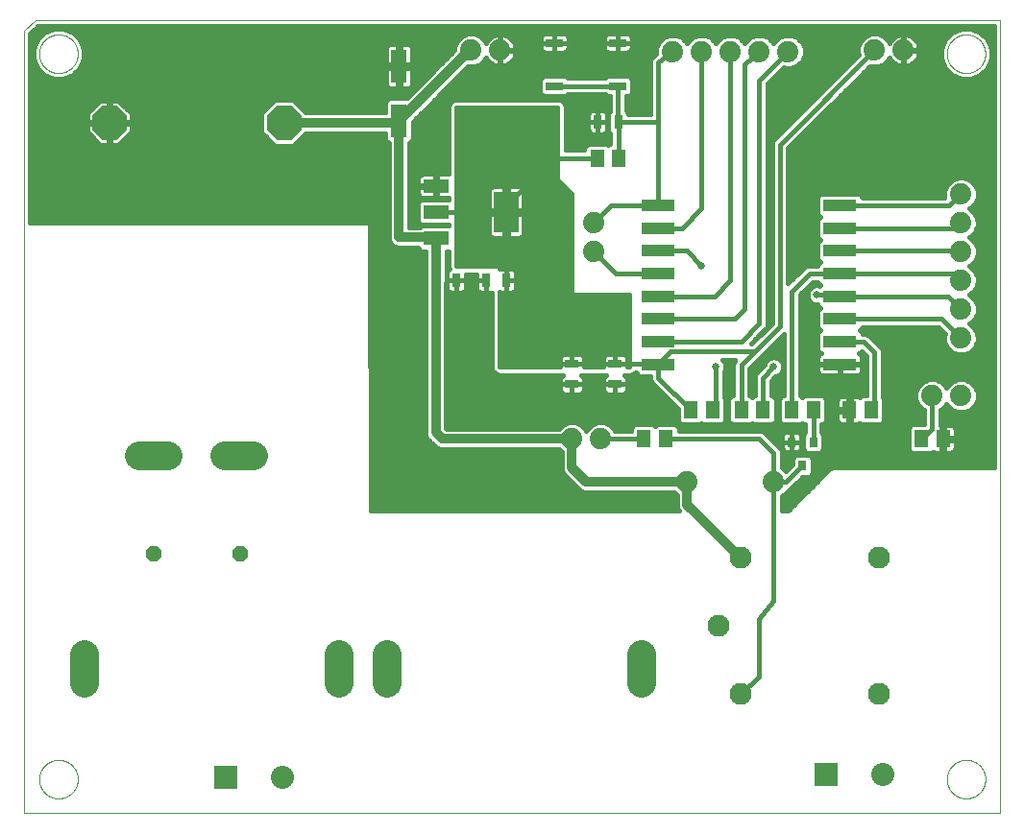
<source format=gtl>
G75*
%MOIN*%
%OFA0B0*%
%FSLAX25Y25*%
%IPPOS*%
%LPD*%
%AMOC8*
5,1,8,0,0,1.08239X$1,22.5*
%
%ADD10C,0.00000*%
%ADD11R,0.05118X0.05906*%
%ADD12C,0.07400*%
%ADD13C,0.10000*%
%ADD14OC8,0.11811*%
%ADD15R,0.03150X0.04724*%
%ADD16R,0.05512X0.11811*%
%ADD17R,0.03150X0.03543*%
%ADD18R,0.04724X0.03150*%
%ADD19R,0.11811X0.04200*%
%ADD20R,0.06000X0.03000*%
%ADD21R,0.08000X0.08000*%
%ADD22C,0.08000*%
%ADD23C,0.07677*%
%ADD24R,0.08800X0.04800*%
%ADD25R,0.08661X0.14173*%
%ADD26OC8,0.05200*%
%ADD27C,0.03200*%
%ADD28C,0.01600*%
%ADD29C,0.02578*%
D10*
X0035219Y0001892D02*
X0035219Y0273546D01*
X0039156Y0277483D01*
X0373802Y0277483D01*
X0373802Y0001892D01*
X0035219Y0001892D01*
X0040337Y0013703D02*
X0040339Y0013867D01*
X0040345Y0014031D01*
X0040355Y0014195D01*
X0040369Y0014359D01*
X0040387Y0014522D01*
X0040409Y0014685D01*
X0040436Y0014847D01*
X0040466Y0015009D01*
X0040500Y0015169D01*
X0040538Y0015329D01*
X0040579Y0015488D01*
X0040625Y0015646D01*
X0040675Y0015802D01*
X0040728Y0015958D01*
X0040785Y0016112D01*
X0040846Y0016264D01*
X0040911Y0016415D01*
X0040980Y0016565D01*
X0041052Y0016712D01*
X0041127Y0016858D01*
X0041207Y0017002D01*
X0041289Y0017144D01*
X0041375Y0017284D01*
X0041465Y0017421D01*
X0041558Y0017557D01*
X0041654Y0017690D01*
X0041754Y0017821D01*
X0041856Y0017949D01*
X0041962Y0018075D01*
X0042071Y0018198D01*
X0042183Y0018318D01*
X0042297Y0018436D01*
X0042415Y0018550D01*
X0042535Y0018662D01*
X0042658Y0018771D01*
X0042784Y0018877D01*
X0042912Y0018979D01*
X0043043Y0019079D01*
X0043176Y0019175D01*
X0043312Y0019268D01*
X0043449Y0019358D01*
X0043589Y0019444D01*
X0043731Y0019526D01*
X0043875Y0019606D01*
X0044021Y0019681D01*
X0044168Y0019753D01*
X0044318Y0019822D01*
X0044469Y0019887D01*
X0044621Y0019948D01*
X0044775Y0020005D01*
X0044931Y0020058D01*
X0045087Y0020108D01*
X0045245Y0020154D01*
X0045404Y0020195D01*
X0045564Y0020233D01*
X0045724Y0020267D01*
X0045886Y0020297D01*
X0046048Y0020324D01*
X0046211Y0020346D01*
X0046374Y0020364D01*
X0046538Y0020378D01*
X0046702Y0020388D01*
X0046866Y0020394D01*
X0047030Y0020396D01*
X0047194Y0020394D01*
X0047358Y0020388D01*
X0047522Y0020378D01*
X0047686Y0020364D01*
X0047849Y0020346D01*
X0048012Y0020324D01*
X0048174Y0020297D01*
X0048336Y0020267D01*
X0048496Y0020233D01*
X0048656Y0020195D01*
X0048815Y0020154D01*
X0048973Y0020108D01*
X0049129Y0020058D01*
X0049285Y0020005D01*
X0049439Y0019948D01*
X0049591Y0019887D01*
X0049742Y0019822D01*
X0049892Y0019753D01*
X0050039Y0019681D01*
X0050185Y0019606D01*
X0050329Y0019526D01*
X0050471Y0019444D01*
X0050611Y0019358D01*
X0050748Y0019268D01*
X0050884Y0019175D01*
X0051017Y0019079D01*
X0051148Y0018979D01*
X0051276Y0018877D01*
X0051402Y0018771D01*
X0051525Y0018662D01*
X0051645Y0018550D01*
X0051763Y0018436D01*
X0051877Y0018318D01*
X0051989Y0018198D01*
X0052098Y0018075D01*
X0052204Y0017949D01*
X0052306Y0017821D01*
X0052406Y0017690D01*
X0052502Y0017557D01*
X0052595Y0017421D01*
X0052685Y0017284D01*
X0052771Y0017144D01*
X0052853Y0017002D01*
X0052933Y0016858D01*
X0053008Y0016712D01*
X0053080Y0016565D01*
X0053149Y0016415D01*
X0053214Y0016264D01*
X0053275Y0016112D01*
X0053332Y0015958D01*
X0053385Y0015802D01*
X0053435Y0015646D01*
X0053481Y0015488D01*
X0053522Y0015329D01*
X0053560Y0015169D01*
X0053594Y0015009D01*
X0053624Y0014847D01*
X0053651Y0014685D01*
X0053673Y0014522D01*
X0053691Y0014359D01*
X0053705Y0014195D01*
X0053715Y0014031D01*
X0053721Y0013867D01*
X0053723Y0013703D01*
X0053721Y0013539D01*
X0053715Y0013375D01*
X0053705Y0013211D01*
X0053691Y0013047D01*
X0053673Y0012884D01*
X0053651Y0012721D01*
X0053624Y0012559D01*
X0053594Y0012397D01*
X0053560Y0012237D01*
X0053522Y0012077D01*
X0053481Y0011918D01*
X0053435Y0011760D01*
X0053385Y0011604D01*
X0053332Y0011448D01*
X0053275Y0011294D01*
X0053214Y0011142D01*
X0053149Y0010991D01*
X0053080Y0010841D01*
X0053008Y0010694D01*
X0052933Y0010548D01*
X0052853Y0010404D01*
X0052771Y0010262D01*
X0052685Y0010122D01*
X0052595Y0009985D01*
X0052502Y0009849D01*
X0052406Y0009716D01*
X0052306Y0009585D01*
X0052204Y0009457D01*
X0052098Y0009331D01*
X0051989Y0009208D01*
X0051877Y0009088D01*
X0051763Y0008970D01*
X0051645Y0008856D01*
X0051525Y0008744D01*
X0051402Y0008635D01*
X0051276Y0008529D01*
X0051148Y0008427D01*
X0051017Y0008327D01*
X0050884Y0008231D01*
X0050748Y0008138D01*
X0050611Y0008048D01*
X0050471Y0007962D01*
X0050329Y0007880D01*
X0050185Y0007800D01*
X0050039Y0007725D01*
X0049892Y0007653D01*
X0049742Y0007584D01*
X0049591Y0007519D01*
X0049439Y0007458D01*
X0049285Y0007401D01*
X0049129Y0007348D01*
X0048973Y0007298D01*
X0048815Y0007252D01*
X0048656Y0007211D01*
X0048496Y0007173D01*
X0048336Y0007139D01*
X0048174Y0007109D01*
X0048012Y0007082D01*
X0047849Y0007060D01*
X0047686Y0007042D01*
X0047522Y0007028D01*
X0047358Y0007018D01*
X0047194Y0007012D01*
X0047030Y0007010D01*
X0046866Y0007012D01*
X0046702Y0007018D01*
X0046538Y0007028D01*
X0046374Y0007042D01*
X0046211Y0007060D01*
X0046048Y0007082D01*
X0045886Y0007109D01*
X0045724Y0007139D01*
X0045564Y0007173D01*
X0045404Y0007211D01*
X0045245Y0007252D01*
X0045087Y0007298D01*
X0044931Y0007348D01*
X0044775Y0007401D01*
X0044621Y0007458D01*
X0044469Y0007519D01*
X0044318Y0007584D01*
X0044168Y0007653D01*
X0044021Y0007725D01*
X0043875Y0007800D01*
X0043731Y0007880D01*
X0043589Y0007962D01*
X0043449Y0008048D01*
X0043312Y0008138D01*
X0043176Y0008231D01*
X0043043Y0008327D01*
X0042912Y0008427D01*
X0042784Y0008529D01*
X0042658Y0008635D01*
X0042535Y0008744D01*
X0042415Y0008856D01*
X0042297Y0008970D01*
X0042183Y0009088D01*
X0042071Y0009208D01*
X0041962Y0009331D01*
X0041856Y0009457D01*
X0041754Y0009585D01*
X0041654Y0009716D01*
X0041558Y0009849D01*
X0041465Y0009985D01*
X0041375Y0010122D01*
X0041289Y0010262D01*
X0041207Y0010404D01*
X0041127Y0010548D01*
X0041052Y0010694D01*
X0040980Y0010841D01*
X0040911Y0010991D01*
X0040846Y0011142D01*
X0040785Y0011294D01*
X0040728Y0011448D01*
X0040675Y0011604D01*
X0040625Y0011760D01*
X0040579Y0011918D01*
X0040538Y0012077D01*
X0040500Y0012237D01*
X0040466Y0012397D01*
X0040436Y0012559D01*
X0040409Y0012721D01*
X0040387Y0012884D01*
X0040369Y0013047D01*
X0040355Y0013211D01*
X0040345Y0013375D01*
X0040339Y0013539D01*
X0040337Y0013703D01*
X0355298Y0013703D02*
X0355300Y0013867D01*
X0355306Y0014031D01*
X0355316Y0014195D01*
X0355330Y0014359D01*
X0355348Y0014522D01*
X0355370Y0014685D01*
X0355397Y0014847D01*
X0355427Y0015009D01*
X0355461Y0015169D01*
X0355499Y0015329D01*
X0355540Y0015488D01*
X0355586Y0015646D01*
X0355636Y0015802D01*
X0355689Y0015958D01*
X0355746Y0016112D01*
X0355807Y0016264D01*
X0355872Y0016415D01*
X0355941Y0016565D01*
X0356013Y0016712D01*
X0356088Y0016858D01*
X0356168Y0017002D01*
X0356250Y0017144D01*
X0356336Y0017284D01*
X0356426Y0017421D01*
X0356519Y0017557D01*
X0356615Y0017690D01*
X0356715Y0017821D01*
X0356817Y0017949D01*
X0356923Y0018075D01*
X0357032Y0018198D01*
X0357144Y0018318D01*
X0357258Y0018436D01*
X0357376Y0018550D01*
X0357496Y0018662D01*
X0357619Y0018771D01*
X0357745Y0018877D01*
X0357873Y0018979D01*
X0358004Y0019079D01*
X0358137Y0019175D01*
X0358273Y0019268D01*
X0358410Y0019358D01*
X0358550Y0019444D01*
X0358692Y0019526D01*
X0358836Y0019606D01*
X0358982Y0019681D01*
X0359129Y0019753D01*
X0359279Y0019822D01*
X0359430Y0019887D01*
X0359582Y0019948D01*
X0359736Y0020005D01*
X0359892Y0020058D01*
X0360048Y0020108D01*
X0360206Y0020154D01*
X0360365Y0020195D01*
X0360525Y0020233D01*
X0360685Y0020267D01*
X0360847Y0020297D01*
X0361009Y0020324D01*
X0361172Y0020346D01*
X0361335Y0020364D01*
X0361499Y0020378D01*
X0361663Y0020388D01*
X0361827Y0020394D01*
X0361991Y0020396D01*
X0362155Y0020394D01*
X0362319Y0020388D01*
X0362483Y0020378D01*
X0362647Y0020364D01*
X0362810Y0020346D01*
X0362973Y0020324D01*
X0363135Y0020297D01*
X0363297Y0020267D01*
X0363457Y0020233D01*
X0363617Y0020195D01*
X0363776Y0020154D01*
X0363934Y0020108D01*
X0364090Y0020058D01*
X0364246Y0020005D01*
X0364400Y0019948D01*
X0364552Y0019887D01*
X0364703Y0019822D01*
X0364853Y0019753D01*
X0365000Y0019681D01*
X0365146Y0019606D01*
X0365290Y0019526D01*
X0365432Y0019444D01*
X0365572Y0019358D01*
X0365709Y0019268D01*
X0365845Y0019175D01*
X0365978Y0019079D01*
X0366109Y0018979D01*
X0366237Y0018877D01*
X0366363Y0018771D01*
X0366486Y0018662D01*
X0366606Y0018550D01*
X0366724Y0018436D01*
X0366838Y0018318D01*
X0366950Y0018198D01*
X0367059Y0018075D01*
X0367165Y0017949D01*
X0367267Y0017821D01*
X0367367Y0017690D01*
X0367463Y0017557D01*
X0367556Y0017421D01*
X0367646Y0017284D01*
X0367732Y0017144D01*
X0367814Y0017002D01*
X0367894Y0016858D01*
X0367969Y0016712D01*
X0368041Y0016565D01*
X0368110Y0016415D01*
X0368175Y0016264D01*
X0368236Y0016112D01*
X0368293Y0015958D01*
X0368346Y0015802D01*
X0368396Y0015646D01*
X0368442Y0015488D01*
X0368483Y0015329D01*
X0368521Y0015169D01*
X0368555Y0015009D01*
X0368585Y0014847D01*
X0368612Y0014685D01*
X0368634Y0014522D01*
X0368652Y0014359D01*
X0368666Y0014195D01*
X0368676Y0014031D01*
X0368682Y0013867D01*
X0368684Y0013703D01*
X0368682Y0013539D01*
X0368676Y0013375D01*
X0368666Y0013211D01*
X0368652Y0013047D01*
X0368634Y0012884D01*
X0368612Y0012721D01*
X0368585Y0012559D01*
X0368555Y0012397D01*
X0368521Y0012237D01*
X0368483Y0012077D01*
X0368442Y0011918D01*
X0368396Y0011760D01*
X0368346Y0011604D01*
X0368293Y0011448D01*
X0368236Y0011294D01*
X0368175Y0011142D01*
X0368110Y0010991D01*
X0368041Y0010841D01*
X0367969Y0010694D01*
X0367894Y0010548D01*
X0367814Y0010404D01*
X0367732Y0010262D01*
X0367646Y0010122D01*
X0367556Y0009985D01*
X0367463Y0009849D01*
X0367367Y0009716D01*
X0367267Y0009585D01*
X0367165Y0009457D01*
X0367059Y0009331D01*
X0366950Y0009208D01*
X0366838Y0009088D01*
X0366724Y0008970D01*
X0366606Y0008856D01*
X0366486Y0008744D01*
X0366363Y0008635D01*
X0366237Y0008529D01*
X0366109Y0008427D01*
X0365978Y0008327D01*
X0365845Y0008231D01*
X0365709Y0008138D01*
X0365572Y0008048D01*
X0365432Y0007962D01*
X0365290Y0007880D01*
X0365146Y0007800D01*
X0365000Y0007725D01*
X0364853Y0007653D01*
X0364703Y0007584D01*
X0364552Y0007519D01*
X0364400Y0007458D01*
X0364246Y0007401D01*
X0364090Y0007348D01*
X0363934Y0007298D01*
X0363776Y0007252D01*
X0363617Y0007211D01*
X0363457Y0007173D01*
X0363297Y0007139D01*
X0363135Y0007109D01*
X0362973Y0007082D01*
X0362810Y0007060D01*
X0362647Y0007042D01*
X0362483Y0007028D01*
X0362319Y0007018D01*
X0362155Y0007012D01*
X0361991Y0007010D01*
X0361827Y0007012D01*
X0361663Y0007018D01*
X0361499Y0007028D01*
X0361335Y0007042D01*
X0361172Y0007060D01*
X0361009Y0007082D01*
X0360847Y0007109D01*
X0360685Y0007139D01*
X0360525Y0007173D01*
X0360365Y0007211D01*
X0360206Y0007252D01*
X0360048Y0007298D01*
X0359892Y0007348D01*
X0359736Y0007401D01*
X0359582Y0007458D01*
X0359430Y0007519D01*
X0359279Y0007584D01*
X0359129Y0007653D01*
X0358982Y0007725D01*
X0358836Y0007800D01*
X0358692Y0007880D01*
X0358550Y0007962D01*
X0358410Y0008048D01*
X0358273Y0008138D01*
X0358137Y0008231D01*
X0358004Y0008327D01*
X0357873Y0008427D01*
X0357745Y0008529D01*
X0357619Y0008635D01*
X0357496Y0008744D01*
X0357376Y0008856D01*
X0357258Y0008970D01*
X0357144Y0009088D01*
X0357032Y0009208D01*
X0356923Y0009331D01*
X0356817Y0009457D01*
X0356715Y0009585D01*
X0356615Y0009716D01*
X0356519Y0009849D01*
X0356426Y0009985D01*
X0356336Y0010122D01*
X0356250Y0010262D01*
X0356168Y0010404D01*
X0356088Y0010548D01*
X0356013Y0010694D01*
X0355941Y0010841D01*
X0355872Y0010991D01*
X0355807Y0011142D01*
X0355746Y0011294D01*
X0355689Y0011448D01*
X0355636Y0011604D01*
X0355586Y0011760D01*
X0355540Y0011918D01*
X0355499Y0012077D01*
X0355461Y0012237D01*
X0355427Y0012397D01*
X0355397Y0012559D01*
X0355370Y0012721D01*
X0355348Y0012884D01*
X0355330Y0013047D01*
X0355316Y0013211D01*
X0355306Y0013375D01*
X0355300Y0013539D01*
X0355298Y0013703D01*
X0355298Y0265672D02*
X0355300Y0265836D01*
X0355306Y0266000D01*
X0355316Y0266164D01*
X0355330Y0266328D01*
X0355348Y0266491D01*
X0355370Y0266654D01*
X0355397Y0266816D01*
X0355427Y0266978D01*
X0355461Y0267138D01*
X0355499Y0267298D01*
X0355540Y0267457D01*
X0355586Y0267615D01*
X0355636Y0267771D01*
X0355689Y0267927D01*
X0355746Y0268081D01*
X0355807Y0268233D01*
X0355872Y0268384D01*
X0355941Y0268534D01*
X0356013Y0268681D01*
X0356088Y0268827D01*
X0356168Y0268971D01*
X0356250Y0269113D01*
X0356336Y0269253D01*
X0356426Y0269390D01*
X0356519Y0269526D01*
X0356615Y0269659D01*
X0356715Y0269790D01*
X0356817Y0269918D01*
X0356923Y0270044D01*
X0357032Y0270167D01*
X0357144Y0270287D01*
X0357258Y0270405D01*
X0357376Y0270519D01*
X0357496Y0270631D01*
X0357619Y0270740D01*
X0357745Y0270846D01*
X0357873Y0270948D01*
X0358004Y0271048D01*
X0358137Y0271144D01*
X0358273Y0271237D01*
X0358410Y0271327D01*
X0358550Y0271413D01*
X0358692Y0271495D01*
X0358836Y0271575D01*
X0358982Y0271650D01*
X0359129Y0271722D01*
X0359279Y0271791D01*
X0359430Y0271856D01*
X0359582Y0271917D01*
X0359736Y0271974D01*
X0359892Y0272027D01*
X0360048Y0272077D01*
X0360206Y0272123D01*
X0360365Y0272164D01*
X0360525Y0272202D01*
X0360685Y0272236D01*
X0360847Y0272266D01*
X0361009Y0272293D01*
X0361172Y0272315D01*
X0361335Y0272333D01*
X0361499Y0272347D01*
X0361663Y0272357D01*
X0361827Y0272363D01*
X0361991Y0272365D01*
X0362155Y0272363D01*
X0362319Y0272357D01*
X0362483Y0272347D01*
X0362647Y0272333D01*
X0362810Y0272315D01*
X0362973Y0272293D01*
X0363135Y0272266D01*
X0363297Y0272236D01*
X0363457Y0272202D01*
X0363617Y0272164D01*
X0363776Y0272123D01*
X0363934Y0272077D01*
X0364090Y0272027D01*
X0364246Y0271974D01*
X0364400Y0271917D01*
X0364552Y0271856D01*
X0364703Y0271791D01*
X0364853Y0271722D01*
X0365000Y0271650D01*
X0365146Y0271575D01*
X0365290Y0271495D01*
X0365432Y0271413D01*
X0365572Y0271327D01*
X0365709Y0271237D01*
X0365845Y0271144D01*
X0365978Y0271048D01*
X0366109Y0270948D01*
X0366237Y0270846D01*
X0366363Y0270740D01*
X0366486Y0270631D01*
X0366606Y0270519D01*
X0366724Y0270405D01*
X0366838Y0270287D01*
X0366950Y0270167D01*
X0367059Y0270044D01*
X0367165Y0269918D01*
X0367267Y0269790D01*
X0367367Y0269659D01*
X0367463Y0269526D01*
X0367556Y0269390D01*
X0367646Y0269253D01*
X0367732Y0269113D01*
X0367814Y0268971D01*
X0367894Y0268827D01*
X0367969Y0268681D01*
X0368041Y0268534D01*
X0368110Y0268384D01*
X0368175Y0268233D01*
X0368236Y0268081D01*
X0368293Y0267927D01*
X0368346Y0267771D01*
X0368396Y0267615D01*
X0368442Y0267457D01*
X0368483Y0267298D01*
X0368521Y0267138D01*
X0368555Y0266978D01*
X0368585Y0266816D01*
X0368612Y0266654D01*
X0368634Y0266491D01*
X0368652Y0266328D01*
X0368666Y0266164D01*
X0368676Y0266000D01*
X0368682Y0265836D01*
X0368684Y0265672D01*
X0368682Y0265508D01*
X0368676Y0265344D01*
X0368666Y0265180D01*
X0368652Y0265016D01*
X0368634Y0264853D01*
X0368612Y0264690D01*
X0368585Y0264528D01*
X0368555Y0264366D01*
X0368521Y0264206D01*
X0368483Y0264046D01*
X0368442Y0263887D01*
X0368396Y0263729D01*
X0368346Y0263573D01*
X0368293Y0263417D01*
X0368236Y0263263D01*
X0368175Y0263111D01*
X0368110Y0262960D01*
X0368041Y0262810D01*
X0367969Y0262663D01*
X0367894Y0262517D01*
X0367814Y0262373D01*
X0367732Y0262231D01*
X0367646Y0262091D01*
X0367556Y0261954D01*
X0367463Y0261818D01*
X0367367Y0261685D01*
X0367267Y0261554D01*
X0367165Y0261426D01*
X0367059Y0261300D01*
X0366950Y0261177D01*
X0366838Y0261057D01*
X0366724Y0260939D01*
X0366606Y0260825D01*
X0366486Y0260713D01*
X0366363Y0260604D01*
X0366237Y0260498D01*
X0366109Y0260396D01*
X0365978Y0260296D01*
X0365845Y0260200D01*
X0365709Y0260107D01*
X0365572Y0260017D01*
X0365432Y0259931D01*
X0365290Y0259849D01*
X0365146Y0259769D01*
X0365000Y0259694D01*
X0364853Y0259622D01*
X0364703Y0259553D01*
X0364552Y0259488D01*
X0364400Y0259427D01*
X0364246Y0259370D01*
X0364090Y0259317D01*
X0363934Y0259267D01*
X0363776Y0259221D01*
X0363617Y0259180D01*
X0363457Y0259142D01*
X0363297Y0259108D01*
X0363135Y0259078D01*
X0362973Y0259051D01*
X0362810Y0259029D01*
X0362647Y0259011D01*
X0362483Y0258997D01*
X0362319Y0258987D01*
X0362155Y0258981D01*
X0361991Y0258979D01*
X0361827Y0258981D01*
X0361663Y0258987D01*
X0361499Y0258997D01*
X0361335Y0259011D01*
X0361172Y0259029D01*
X0361009Y0259051D01*
X0360847Y0259078D01*
X0360685Y0259108D01*
X0360525Y0259142D01*
X0360365Y0259180D01*
X0360206Y0259221D01*
X0360048Y0259267D01*
X0359892Y0259317D01*
X0359736Y0259370D01*
X0359582Y0259427D01*
X0359430Y0259488D01*
X0359279Y0259553D01*
X0359129Y0259622D01*
X0358982Y0259694D01*
X0358836Y0259769D01*
X0358692Y0259849D01*
X0358550Y0259931D01*
X0358410Y0260017D01*
X0358273Y0260107D01*
X0358137Y0260200D01*
X0358004Y0260296D01*
X0357873Y0260396D01*
X0357745Y0260498D01*
X0357619Y0260604D01*
X0357496Y0260713D01*
X0357376Y0260825D01*
X0357258Y0260939D01*
X0357144Y0261057D01*
X0357032Y0261177D01*
X0356923Y0261300D01*
X0356817Y0261426D01*
X0356715Y0261554D01*
X0356615Y0261685D01*
X0356519Y0261818D01*
X0356426Y0261954D01*
X0356336Y0262091D01*
X0356250Y0262231D01*
X0356168Y0262373D01*
X0356088Y0262517D01*
X0356013Y0262663D01*
X0355941Y0262810D01*
X0355872Y0262960D01*
X0355807Y0263111D01*
X0355746Y0263263D01*
X0355689Y0263417D01*
X0355636Y0263573D01*
X0355586Y0263729D01*
X0355540Y0263887D01*
X0355499Y0264046D01*
X0355461Y0264206D01*
X0355427Y0264366D01*
X0355397Y0264528D01*
X0355370Y0264690D01*
X0355348Y0264853D01*
X0355330Y0265016D01*
X0355316Y0265180D01*
X0355306Y0265344D01*
X0355300Y0265508D01*
X0355298Y0265672D01*
X0040337Y0265672D02*
X0040339Y0265836D01*
X0040345Y0266000D01*
X0040355Y0266164D01*
X0040369Y0266328D01*
X0040387Y0266491D01*
X0040409Y0266654D01*
X0040436Y0266816D01*
X0040466Y0266978D01*
X0040500Y0267138D01*
X0040538Y0267298D01*
X0040579Y0267457D01*
X0040625Y0267615D01*
X0040675Y0267771D01*
X0040728Y0267927D01*
X0040785Y0268081D01*
X0040846Y0268233D01*
X0040911Y0268384D01*
X0040980Y0268534D01*
X0041052Y0268681D01*
X0041127Y0268827D01*
X0041207Y0268971D01*
X0041289Y0269113D01*
X0041375Y0269253D01*
X0041465Y0269390D01*
X0041558Y0269526D01*
X0041654Y0269659D01*
X0041754Y0269790D01*
X0041856Y0269918D01*
X0041962Y0270044D01*
X0042071Y0270167D01*
X0042183Y0270287D01*
X0042297Y0270405D01*
X0042415Y0270519D01*
X0042535Y0270631D01*
X0042658Y0270740D01*
X0042784Y0270846D01*
X0042912Y0270948D01*
X0043043Y0271048D01*
X0043176Y0271144D01*
X0043312Y0271237D01*
X0043449Y0271327D01*
X0043589Y0271413D01*
X0043731Y0271495D01*
X0043875Y0271575D01*
X0044021Y0271650D01*
X0044168Y0271722D01*
X0044318Y0271791D01*
X0044469Y0271856D01*
X0044621Y0271917D01*
X0044775Y0271974D01*
X0044931Y0272027D01*
X0045087Y0272077D01*
X0045245Y0272123D01*
X0045404Y0272164D01*
X0045564Y0272202D01*
X0045724Y0272236D01*
X0045886Y0272266D01*
X0046048Y0272293D01*
X0046211Y0272315D01*
X0046374Y0272333D01*
X0046538Y0272347D01*
X0046702Y0272357D01*
X0046866Y0272363D01*
X0047030Y0272365D01*
X0047194Y0272363D01*
X0047358Y0272357D01*
X0047522Y0272347D01*
X0047686Y0272333D01*
X0047849Y0272315D01*
X0048012Y0272293D01*
X0048174Y0272266D01*
X0048336Y0272236D01*
X0048496Y0272202D01*
X0048656Y0272164D01*
X0048815Y0272123D01*
X0048973Y0272077D01*
X0049129Y0272027D01*
X0049285Y0271974D01*
X0049439Y0271917D01*
X0049591Y0271856D01*
X0049742Y0271791D01*
X0049892Y0271722D01*
X0050039Y0271650D01*
X0050185Y0271575D01*
X0050329Y0271495D01*
X0050471Y0271413D01*
X0050611Y0271327D01*
X0050748Y0271237D01*
X0050884Y0271144D01*
X0051017Y0271048D01*
X0051148Y0270948D01*
X0051276Y0270846D01*
X0051402Y0270740D01*
X0051525Y0270631D01*
X0051645Y0270519D01*
X0051763Y0270405D01*
X0051877Y0270287D01*
X0051989Y0270167D01*
X0052098Y0270044D01*
X0052204Y0269918D01*
X0052306Y0269790D01*
X0052406Y0269659D01*
X0052502Y0269526D01*
X0052595Y0269390D01*
X0052685Y0269253D01*
X0052771Y0269113D01*
X0052853Y0268971D01*
X0052933Y0268827D01*
X0053008Y0268681D01*
X0053080Y0268534D01*
X0053149Y0268384D01*
X0053214Y0268233D01*
X0053275Y0268081D01*
X0053332Y0267927D01*
X0053385Y0267771D01*
X0053435Y0267615D01*
X0053481Y0267457D01*
X0053522Y0267298D01*
X0053560Y0267138D01*
X0053594Y0266978D01*
X0053624Y0266816D01*
X0053651Y0266654D01*
X0053673Y0266491D01*
X0053691Y0266328D01*
X0053705Y0266164D01*
X0053715Y0266000D01*
X0053721Y0265836D01*
X0053723Y0265672D01*
X0053721Y0265508D01*
X0053715Y0265344D01*
X0053705Y0265180D01*
X0053691Y0265016D01*
X0053673Y0264853D01*
X0053651Y0264690D01*
X0053624Y0264528D01*
X0053594Y0264366D01*
X0053560Y0264206D01*
X0053522Y0264046D01*
X0053481Y0263887D01*
X0053435Y0263729D01*
X0053385Y0263573D01*
X0053332Y0263417D01*
X0053275Y0263263D01*
X0053214Y0263111D01*
X0053149Y0262960D01*
X0053080Y0262810D01*
X0053008Y0262663D01*
X0052933Y0262517D01*
X0052853Y0262373D01*
X0052771Y0262231D01*
X0052685Y0262091D01*
X0052595Y0261954D01*
X0052502Y0261818D01*
X0052406Y0261685D01*
X0052306Y0261554D01*
X0052204Y0261426D01*
X0052098Y0261300D01*
X0051989Y0261177D01*
X0051877Y0261057D01*
X0051763Y0260939D01*
X0051645Y0260825D01*
X0051525Y0260713D01*
X0051402Y0260604D01*
X0051276Y0260498D01*
X0051148Y0260396D01*
X0051017Y0260296D01*
X0050884Y0260200D01*
X0050748Y0260107D01*
X0050611Y0260017D01*
X0050471Y0259931D01*
X0050329Y0259849D01*
X0050185Y0259769D01*
X0050039Y0259694D01*
X0049892Y0259622D01*
X0049742Y0259553D01*
X0049591Y0259488D01*
X0049439Y0259427D01*
X0049285Y0259370D01*
X0049129Y0259317D01*
X0048973Y0259267D01*
X0048815Y0259221D01*
X0048656Y0259180D01*
X0048496Y0259142D01*
X0048336Y0259108D01*
X0048174Y0259078D01*
X0048012Y0259051D01*
X0047849Y0259029D01*
X0047686Y0259011D01*
X0047522Y0258997D01*
X0047358Y0258987D01*
X0047194Y0258981D01*
X0047030Y0258979D01*
X0046866Y0258981D01*
X0046702Y0258987D01*
X0046538Y0258997D01*
X0046374Y0259011D01*
X0046211Y0259029D01*
X0046048Y0259051D01*
X0045886Y0259078D01*
X0045724Y0259108D01*
X0045564Y0259142D01*
X0045404Y0259180D01*
X0045245Y0259221D01*
X0045087Y0259267D01*
X0044931Y0259317D01*
X0044775Y0259370D01*
X0044621Y0259427D01*
X0044469Y0259488D01*
X0044318Y0259553D01*
X0044168Y0259622D01*
X0044021Y0259694D01*
X0043875Y0259769D01*
X0043731Y0259849D01*
X0043589Y0259931D01*
X0043449Y0260017D01*
X0043312Y0260107D01*
X0043176Y0260200D01*
X0043043Y0260296D01*
X0042912Y0260396D01*
X0042784Y0260498D01*
X0042658Y0260604D01*
X0042535Y0260713D01*
X0042415Y0260825D01*
X0042297Y0260939D01*
X0042183Y0261057D01*
X0042071Y0261177D01*
X0041962Y0261300D01*
X0041856Y0261426D01*
X0041754Y0261554D01*
X0041654Y0261685D01*
X0041558Y0261818D01*
X0041465Y0261954D01*
X0041375Y0262091D01*
X0041289Y0262231D01*
X0041207Y0262373D01*
X0041127Y0262517D01*
X0041052Y0262663D01*
X0040980Y0262810D01*
X0040911Y0262960D01*
X0040846Y0263111D01*
X0040785Y0263263D01*
X0040728Y0263417D01*
X0040675Y0263573D01*
X0040625Y0263729D01*
X0040579Y0263887D01*
X0040538Y0264046D01*
X0040500Y0264206D01*
X0040466Y0264366D01*
X0040436Y0264528D01*
X0040409Y0264690D01*
X0040387Y0264853D01*
X0040369Y0265016D01*
X0040355Y0265180D01*
X0040345Y0265344D01*
X0040339Y0265508D01*
X0040337Y0265672D01*
D11*
X0233979Y0229392D03*
X0241459Y0229392D03*
X0266479Y0141892D03*
X0273959Y0141892D03*
X0283979Y0141892D03*
X0291459Y0141892D03*
X0301479Y0141892D03*
X0308959Y0141892D03*
X0321479Y0141892D03*
X0328959Y0141892D03*
X0346479Y0131892D03*
X0353959Y0131892D03*
X0257709Y0131892D03*
X0250229Y0131892D03*
D12*
X0235219Y0131892D03*
X0225219Y0131892D03*
X0265219Y0116892D03*
X0295219Y0116892D03*
X0350219Y0146892D03*
X0360219Y0146892D03*
X0360219Y0166892D03*
X0360219Y0176892D03*
X0360219Y0186892D03*
X0360219Y0196892D03*
X0360219Y0206892D03*
X0360219Y0216892D03*
X0300219Y0266390D03*
X0290219Y0266390D03*
X0280219Y0266390D03*
X0270219Y0266390D03*
X0260219Y0266390D03*
X0200219Y0266892D03*
X0190219Y0266892D03*
X0232719Y0206892D03*
X0232719Y0196892D03*
X0330219Y0266892D03*
X0340219Y0266892D03*
D13*
X0114825Y0125947D02*
X0104825Y0125947D01*
X0085140Y0125947D02*
X0075140Y0125947D01*
X0055919Y0056892D02*
X0055919Y0046892D01*
X0144519Y0046892D02*
X0144519Y0056892D01*
X0160919Y0056892D02*
X0160919Y0046892D01*
X0249519Y0046892D02*
X0249519Y0056892D01*
D14*
X0125298Y0241695D03*
X0064668Y0241695D03*
D15*
X0177926Y0186892D03*
X0185012Y0186892D03*
X0195426Y0186892D03*
X0202512Y0186892D03*
X0234176Y0241892D03*
X0241262Y0241892D03*
D16*
X0165219Y0242443D03*
X0165219Y0261341D03*
D17*
X0301479Y0130829D03*
X0308959Y0130829D03*
X0305219Y0122561D03*
D18*
X0240219Y0150849D03*
X0240219Y0157935D03*
X0225219Y0157935D03*
X0225219Y0150849D03*
D19*
X0255219Y0157798D03*
X0255219Y0165672D03*
X0255219Y0173546D03*
X0255219Y0181420D03*
X0255219Y0189294D03*
X0255219Y0197168D03*
X0255219Y0205042D03*
X0255219Y0212916D03*
X0318211Y0212916D03*
X0318211Y0205042D03*
X0318211Y0197168D03*
X0318211Y0189294D03*
X0318211Y0181420D03*
X0318211Y0173546D03*
X0318211Y0165672D03*
X0318211Y0157798D03*
D20*
X0241219Y0254392D03*
X0241219Y0269392D03*
X0219219Y0269392D03*
X0219219Y0254392D03*
D21*
X0313469Y0015392D03*
X0105219Y0014392D03*
D22*
X0124904Y0014392D03*
X0333154Y0015392D03*
D23*
X0331872Y0043270D03*
X0283841Y0043270D03*
X0275967Y0066892D03*
X0283841Y0090514D03*
X0331872Y0090514D03*
D24*
X0178019Y0201542D03*
X0178019Y0210642D03*
X0178019Y0219742D03*
D25*
X0202420Y0210642D03*
D26*
X0110219Y0091892D03*
X0080219Y0091892D03*
D27*
X0177926Y0134185D02*
X0180219Y0131892D01*
X0225219Y0131892D01*
X0225219Y0121892D01*
X0230219Y0116892D01*
X0265219Y0116892D01*
X0265219Y0109136D01*
X0283841Y0090514D01*
X0177926Y0134185D02*
X0177926Y0186892D01*
X0178019Y0186985D01*
X0178019Y0201542D01*
X0177669Y0201892D01*
X0165219Y0201892D01*
X0165219Y0242443D01*
X0164471Y0241695D01*
X0189668Y0266892D01*
X0190219Y0266892D01*
X0164471Y0241695D02*
X0125298Y0241695D01*
D28*
X0118887Y0246464D02*
X0070796Y0246464D01*
X0072373Y0244887D02*
X0067859Y0249401D01*
X0065049Y0249401D01*
X0065049Y0242076D01*
X0072373Y0242076D01*
X0072373Y0244887D01*
X0072373Y0244866D02*
X0117392Y0244866D01*
X0117392Y0244970D02*
X0117392Y0238421D01*
X0122023Y0233790D01*
X0128572Y0233790D01*
X0132878Y0238095D01*
X0160463Y0238095D01*
X0160463Y0235709D01*
X0161619Y0234553D01*
X0161619Y0201176D01*
X0162167Y0199853D01*
X0163180Y0198840D01*
X0164503Y0198292D01*
X0171641Y0198292D01*
X0172791Y0197142D01*
X0174419Y0197142D01*
X0174419Y0190151D01*
X0174351Y0190083D01*
X0174351Y0187669D01*
X0174326Y0187608D01*
X0174326Y0133469D01*
X0174874Y0132146D01*
X0175886Y0131134D01*
X0177167Y0129853D01*
X0177167Y0129853D01*
X0178180Y0128840D01*
X0179503Y0128292D01*
X0220758Y0128292D01*
X0221619Y0127431D01*
X0221619Y0121176D01*
X0222167Y0119853D01*
X0227167Y0114853D01*
X0228180Y0113840D01*
X0229503Y0113292D01*
X0260758Y0113292D01*
X0261619Y0112431D01*
X0261619Y0108420D01*
X0262167Y0107097D01*
X0262372Y0106892D01*
X0155469Y0106892D01*
X0155219Y0206892D01*
X0037219Y0206892D01*
X0037219Y0272717D01*
X0039984Y0275483D01*
X0371802Y0275483D01*
X0371802Y0121892D01*
X0315219Y0121892D01*
X0300219Y0106892D01*
X0298019Y0106892D01*
X0298019Y0111882D01*
X0298448Y0112060D01*
X0300051Y0113663D01*
X0300254Y0114153D01*
X0301136Y0114518D01*
X0305407Y0118790D01*
X0307622Y0118790D01*
X0308794Y0119961D01*
X0308794Y0125161D01*
X0307622Y0126333D01*
X0302816Y0126333D01*
X0301644Y0125161D01*
X0301644Y0122946D01*
X0299435Y0120737D01*
X0298448Y0121724D01*
X0298019Y0121902D01*
X0298019Y0127449D01*
X0297593Y0128478D01*
X0292593Y0133478D01*
X0291805Y0134266D01*
X0290776Y0134692D01*
X0262268Y0134692D01*
X0262268Y0135673D01*
X0261097Y0136845D01*
X0254322Y0136845D01*
X0253969Y0136492D01*
X0253616Y0136845D01*
X0246841Y0136845D01*
X0245670Y0135673D01*
X0245670Y0134692D01*
X0240229Y0134692D01*
X0240051Y0135121D01*
X0238448Y0136724D01*
X0236353Y0137592D01*
X0234085Y0137592D01*
X0231990Y0136724D01*
X0230387Y0135121D01*
X0230219Y0134716D01*
X0230051Y0135121D01*
X0228448Y0136724D01*
X0226353Y0137592D01*
X0224085Y0137592D01*
X0221990Y0136724D01*
X0220758Y0135492D01*
X0181710Y0135492D01*
X0181526Y0135677D01*
X0181526Y0186044D01*
X0181619Y0186269D01*
X0181619Y0197142D01*
X0182419Y0197142D01*
X0182419Y0191335D01*
X0182616Y0190859D01*
X0182332Y0190695D01*
X0181997Y0190360D01*
X0181760Y0189949D01*
X0181637Y0189491D01*
X0181637Y0186892D01*
X0181637Y0184293D01*
X0181760Y0183835D01*
X0181997Y0183425D01*
X0182332Y0183090D01*
X0182743Y0182853D01*
X0183200Y0182730D01*
X0185012Y0182730D01*
X0185012Y0186892D01*
X0181637Y0186892D01*
X0185012Y0186892D01*
X0185012Y0186892D01*
X0185012Y0186892D01*
X0185012Y0182730D01*
X0186824Y0182730D01*
X0187282Y0182853D01*
X0187692Y0183090D01*
X0188027Y0183425D01*
X0188264Y0183835D01*
X0188387Y0184293D01*
X0188387Y0186892D01*
X0185012Y0186892D01*
X0185012Y0186892D01*
X0188387Y0186892D01*
X0188387Y0189092D01*
X0192051Y0189092D01*
X0192051Y0186892D01*
X0192051Y0184293D01*
X0192173Y0183835D01*
X0192410Y0183425D01*
X0192746Y0183090D01*
X0193156Y0182853D01*
X0193614Y0182730D01*
X0195426Y0182730D01*
X0197237Y0182730D01*
X0197419Y0182779D01*
X0197419Y0156335D01*
X0197845Y0155306D01*
X0198633Y0154518D01*
X0199662Y0154092D01*
X0222147Y0154092D01*
X0221752Y0153864D01*
X0221416Y0153529D01*
X0221179Y0153118D01*
X0221057Y0152661D01*
X0221057Y0150849D01*
X0225219Y0150849D01*
X0229381Y0150849D01*
X0229381Y0152661D01*
X0229258Y0153118D01*
X0229022Y0153529D01*
X0228686Y0153864D01*
X0228291Y0154092D01*
X0237147Y0154092D01*
X0236752Y0153864D01*
X0236416Y0153529D01*
X0236179Y0153118D01*
X0236057Y0152661D01*
X0236057Y0150849D01*
X0240219Y0150849D01*
X0244381Y0150849D01*
X0244381Y0152661D01*
X0244258Y0153118D01*
X0244022Y0153529D01*
X0243686Y0153864D01*
X0243291Y0154092D01*
X0245776Y0154092D01*
X0246805Y0154518D01*
X0247313Y0155027D01*
X0247313Y0154869D01*
X0248485Y0153698D01*
X0252419Y0153698D01*
X0252419Y0152595D01*
X0252845Y0151566D01*
X0261920Y0142491D01*
X0261920Y0138111D01*
X0263091Y0136939D01*
X0269866Y0136939D01*
X0270219Y0137292D01*
X0270572Y0136939D01*
X0277347Y0136939D01*
X0278518Y0138111D01*
X0278518Y0145673D01*
X0278019Y0146173D01*
X0278019Y0155057D01*
X0278508Y0156238D01*
X0278508Y0157546D01*
X0278007Y0158755D01*
X0277391Y0159372D01*
X0281850Y0159372D01*
X0281605Y0159127D01*
X0281179Y0158098D01*
X0281179Y0146845D01*
X0280591Y0146845D01*
X0279420Y0145673D01*
X0279420Y0138111D01*
X0280591Y0136939D01*
X0287366Y0136939D01*
X0287719Y0137292D01*
X0288072Y0136939D01*
X0294847Y0136939D01*
X0296018Y0138111D01*
X0296018Y0145673D01*
X0294847Y0146845D01*
X0294259Y0146845D01*
X0294259Y0151972D01*
X0295901Y0153615D01*
X0297082Y0154104D01*
X0298007Y0155029D01*
X0298508Y0156238D01*
X0298508Y0157546D01*
X0298007Y0158755D01*
X0297082Y0159680D01*
X0295873Y0160181D01*
X0294565Y0160181D01*
X0293356Y0159680D01*
X0292431Y0158755D01*
X0291942Y0157575D01*
X0289085Y0154718D01*
X0288659Y0153689D01*
X0288659Y0146845D01*
X0288072Y0146845D01*
X0287719Y0146492D01*
X0287366Y0146845D01*
X0286779Y0146845D01*
X0286779Y0156381D01*
X0290983Y0160586D01*
X0298679Y0168281D01*
X0298679Y0146845D01*
X0298091Y0146845D01*
X0296920Y0145673D01*
X0296920Y0138111D01*
X0298091Y0136939D01*
X0304866Y0136939D01*
X0305219Y0137292D01*
X0305572Y0136939D01*
X0306159Y0136939D01*
X0306159Y0134204D01*
X0305384Y0133429D01*
X0305384Y0128229D01*
X0306556Y0127057D01*
X0311362Y0127057D01*
X0312534Y0128229D01*
X0312534Y0133429D01*
X0311759Y0134204D01*
X0311759Y0136939D01*
X0312347Y0136939D01*
X0313518Y0138111D01*
X0313518Y0145673D01*
X0312347Y0146845D01*
X0305572Y0146845D01*
X0305219Y0146492D01*
X0304866Y0146845D01*
X0304279Y0146845D01*
X0304279Y0181992D01*
X0308780Y0186494D01*
X0310306Y0186494D01*
X0310306Y0186365D01*
X0311314Y0185357D01*
X0311061Y0185103D01*
X0310873Y0185181D01*
X0309565Y0185181D01*
X0308356Y0184680D01*
X0307431Y0183755D01*
X0306930Y0182546D01*
X0306930Y0181238D01*
X0307431Y0180029D01*
X0308356Y0179104D01*
X0309565Y0178603D01*
X0310306Y0178603D01*
X0310306Y0178491D01*
X0311314Y0177483D01*
X0310306Y0176474D01*
X0310306Y0170617D01*
X0311314Y0169609D01*
X0310306Y0168600D01*
X0310306Y0162743D01*
X0311477Y0161572D01*
X0311605Y0161572D01*
X0311200Y0161338D01*
X0310865Y0161003D01*
X0310628Y0160592D01*
X0310506Y0160135D01*
X0310506Y0158048D01*
X0317961Y0158048D01*
X0317961Y0157548D01*
X0310506Y0157548D01*
X0310506Y0155461D01*
X0310628Y0155003D01*
X0310865Y0154592D01*
X0311200Y0154257D01*
X0311611Y0154020D01*
X0312069Y0153898D01*
X0317961Y0153898D01*
X0317961Y0157548D01*
X0318461Y0157548D01*
X0318461Y0158048D01*
X0325917Y0158048D01*
X0325917Y0160135D01*
X0325794Y0160592D01*
X0325557Y0161003D01*
X0325222Y0161338D01*
X0324817Y0161572D01*
X0324945Y0161572D01*
X0325762Y0162389D01*
X0327419Y0160732D01*
X0327419Y0146845D01*
X0325572Y0146845D01*
X0325060Y0146333D01*
X0324733Y0146522D01*
X0324275Y0146645D01*
X0321958Y0146645D01*
X0321958Y0142372D01*
X0320999Y0142372D01*
X0320999Y0146645D01*
X0318683Y0146645D01*
X0318225Y0146522D01*
X0317815Y0146285D01*
X0317479Y0145950D01*
X0317242Y0145540D01*
X0317120Y0145082D01*
X0317120Y0142372D01*
X0320999Y0142372D01*
X0320999Y0141413D01*
X0317120Y0141413D01*
X0317120Y0138702D01*
X0317242Y0138245D01*
X0317479Y0137834D01*
X0317815Y0137499D01*
X0318225Y0137262D01*
X0318683Y0137139D01*
X0320999Y0137139D01*
X0320999Y0141413D01*
X0321958Y0141413D01*
X0321958Y0137139D01*
X0324275Y0137139D01*
X0324733Y0137262D01*
X0325060Y0137451D01*
X0325572Y0136939D01*
X0332347Y0136939D01*
X0333518Y0138111D01*
X0333518Y0145673D01*
X0333019Y0146173D01*
X0333019Y0162449D01*
X0332593Y0163478D01*
X0331805Y0164266D01*
X0328025Y0168045D01*
X0326996Y0168472D01*
X0326117Y0168472D01*
X0326117Y0168600D01*
X0325108Y0169609D01*
X0326117Y0170617D01*
X0326117Y0170746D01*
X0352406Y0170746D01*
X0354697Y0168455D01*
X0354519Y0168026D01*
X0354519Y0165758D01*
X0355387Y0163663D01*
X0356990Y0162060D01*
X0359085Y0161192D01*
X0361353Y0161192D01*
X0363448Y0162060D01*
X0365051Y0163663D01*
X0365919Y0165758D01*
X0365919Y0168026D01*
X0365051Y0170121D01*
X0363448Y0171724D01*
X0363043Y0171892D01*
X0363448Y0172060D01*
X0365051Y0173663D01*
X0365919Y0175758D01*
X0365919Y0178026D01*
X0365051Y0180121D01*
X0363448Y0181724D01*
X0363043Y0181892D01*
X0363448Y0182060D01*
X0365051Y0183663D01*
X0365919Y0185758D01*
X0365919Y0188026D01*
X0365051Y0190121D01*
X0363448Y0191724D01*
X0363043Y0191892D01*
X0363448Y0192060D01*
X0365051Y0193663D01*
X0365919Y0195758D01*
X0365919Y0198026D01*
X0365051Y0200121D01*
X0363448Y0201724D01*
X0363043Y0201892D01*
X0363448Y0202060D01*
X0365051Y0203663D01*
X0365919Y0205758D01*
X0365919Y0208026D01*
X0365051Y0210121D01*
X0363448Y0211724D01*
X0363043Y0211892D01*
X0363448Y0212060D01*
X0365051Y0213663D01*
X0365919Y0215758D01*
X0365919Y0218026D01*
X0365051Y0220121D01*
X0363448Y0221724D01*
X0361353Y0222592D01*
X0359085Y0222592D01*
X0356990Y0221724D01*
X0355387Y0220121D01*
X0354519Y0218026D01*
X0354519Y0215758D01*
X0354537Y0215716D01*
X0326117Y0215716D01*
X0326117Y0215844D01*
X0324945Y0217016D01*
X0311477Y0217016D01*
X0310306Y0215844D01*
X0310306Y0209987D01*
X0311314Y0208979D01*
X0310306Y0207970D01*
X0310306Y0202113D01*
X0311314Y0201105D01*
X0310306Y0200096D01*
X0310306Y0194239D01*
X0311314Y0193231D01*
X0310306Y0192222D01*
X0310306Y0192094D01*
X0307064Y0192094D01*
X0306034Y0191667D01*
X0300219Y0185852D01*
X0300219Y0232932D01*
X0328656Y0261370D01*
X0329085Y0261192D01*
X0331353Y0261192D01*
X0333448Y0262060D01*
X0335051Y0263663D01*
X0335338Y0264356D01*
X0335515Y0264009D01*
X0336024Y0263309D01*
X0336636Y0262697D01*
X0337336Y0262188D01*
X0338108Y0261795D01*
X0338931Y0261528D01*
X0339786Y0261392D01*
X0340019Y0261392D01*
X0340019Y0266692D01*
X0340419Y0266692D01*
X0340419Y0261392D01*
X0340652Y0261392D01*
X0341507Y0261528D01*
X0342330Y0261795D01*
X0343102Y0262188D01*
X0343802Y0262697D01*
X0344414Y0263309D01*
X0344923Y0264009D01*
X0345316Y0264781D01*
X0345584Y0265604D01*
X0345719Y0266459D01*
X0345719Y0266692D01*
X0340419Y0266692D01*
X0340419Y0267092D01*
X0345719Y0267092D01*
X0345719Y0267325D01*
X0345584Y0268180D01*
X0345316Y0269003D01*
X0344923Y0269775D01*
X0344414Y0270475D01*
X0343802Y0271087D01*
X0343102Y0271596D01*
X0342330Y0271989D01*
X0341507Y0272257D01*
X0340652Y0272392D01*
X0340419Y0272392D01*
X0340419Y0267092D01*
X0340019Y0267092D01*
X0340019Y0272392D01*
X0339786Y0272392D01*
X0338931Y0272257D01*
X0338108Y0271989D01*
X0337336Y0271596D01*
X0336636Y0271087D01*
X0336024Y0270475D01*
X0335515Y0269775D01*
X0335338Y0269428D01*
X0335051Y0270121D01*
X0333448Y0271724D01*
X0331353Y0272592D01*
X0329085Y0272592D01*
X0326990Y0271724D01*
X0325387Y0270121D01*
X0324519Y0268026D01*
X0324519Y0265758D01*
X0324697Y0265330D01*
X0295045Y0235678D01*
X0294619Y0234649D01*
X0294619Y0172141D01*
X0287450Y0164972D01*
X0287258Y0164972D01*
X0291805Y0169518D01*
X0292593Y0170306D01*
X0293019Y0171335D01*
X0293019Y0255230D01*
X0298656Y0260868D01*
X0299085Y0260690D01*
X0301353Y0260690D01*
X0303448Y0261558D01*
X0305051Y0263161D01*
X0305919Y0265256D01*
X0305919Y0267524D01*
X0305051Y0269619D01*
X0303448Y0271222D01*
X0301353Y0272090D01*
X0299085Y0272090D01*
X0296990Y0271222D01*
X0295387Y0269619D01*
X0295219Y0269214D01*
X0295051Y0269619D01*
X0293448Y0271222D01*
X0291353Y0272090D01*
X0289085Y0272090D01*
X0286990Y0271222D01*
X0285387Y0269619D01*
X0285219Y0269214D01*
X0285051Y0269619D01*
X0283448Y0271222D01*
X0281353Y0272090D01*
X0279085Y0272090D01*
X0276990Y0271222D01*
X0275387Y0269619D01*
X0275219Y0269214D01*
X0275051Y0269619D01*
X0273448Y0271222D01*
X0271353Y0272090D01*
X0269085Y0272090D01*
X0266990Y0271222D01*
X0265387Y0269619D01*
X0265219Y0269214D01*
X0265051Y0269619D01*
X0263448Y0271222D01*
X0261353Y0272090D01*
X0259085Y0272090D01*
X0256990Y0271222D01*
X0255387Y0269619D01*
X0254519Y0267524D01*
X0254519Y0265615D01*
X0253821Y0265092D01*
X0253633Y0265014D01*
X0253380Y0264761D01*
X0253093Y0264546D01*
X0252989Y0264370D01*
X0252845Y0264226D01*
X0252708Y0263895D01*
X0252526Y0263587D01*
X0252497Y0263386D01*
X0252419Y0263197D01*
X0252419Y0262839D01*
X0252368Y0262485D01*
X0252419Y0262287D01*
X0252419Y0244692D01*
X0244837Y0244692D01*
X0244837Y0245083D01*
X0244019Y0245901D01*
X0244019Y0250892D01*
X0245047Y0250892D01*
X0246219Y0252064D01*
X0246219Y0256721D01*
X0245047Y0257892D01*
X0237391Y0257892D01*
X0236691Y0257192D01*
X0223747Y0257192D01*
X0223047Y0257892D01*
X0215391Y0257892D01*
X0214219Y0256721D01*
X0214219Y0252064D01*
X0215391Y0250892D01*
X0223047Y0250892D01*
X0223747Y0251592D01*
X0236691Y0251592D01*
X0237391Y0250892D01*
X0238419Y0250892D01*
X0238419Y0245814D01*
X0237687Y0245083D01*
X0237687Y0238701D01*
X0238462Y0237927D01*
X0238462Y0234345D01*
X0238072Y0234345D01*
X0237719Y0233992D01*
X0237366Y0234345D01*
X0230591Y0234345D01*
X0229420Y0233173D01*
X0229420Y0232192D01*
X0223019Y0232192D01*
X0223019Y0247449D01*
X0222593Y0248478D01*
X0221805Y0249266D01*
X0220776Y0249692D01*
X0184662Y0249692D01*
X0183633Y0249266D01*
X0182845Y0248478D01*
X0182419Y0247449D01*
X0182419Y0223942D01*
X0178419Y0223942D01*
X0178419Y0220142D01*
X0177619Y0220142D01*
X0177619Y0219342D01*
X0178419Y0219342D01*
X0178419Y0215542D01*
X0182419Y0215542D01*
X0182419Y0215042D01*
X0172791Y0215042D01*
X0171619Y0213871D01*
X0171619Y0207414D01*
X0172791Y0206242D01*
X0182419Y0206242D01*
X0182419Y0205942D01*
X0172791Y0205942D01*
X0172341Y0205492D01*
X0168819Y0205492D01*
X0168819Y0234553D01*
X0169975Y0235709D01*
X0169975Y0242108D01*
X0189067Y0261200D01*
X0189085Y0261192D01*
X0191353Y0261192D01*
X0193448Y0262060D01*
X0195051Y0263663D01*
X0195338Y0264356D01*
X0195515Y0264009D01*
X0196024Y0263309D01*
X0196636Y0262697D01*
X0197336Y0262188D01*
X0198108Y0261795D01*
X0198931Y0261528D01*
X0199786Y0261392D01*
X0200019Y0261392D01*
X0200019Y0266692D01*
X0200419Y0266692D01*
X0200419Y0261392D01*
X0200652Y0261392D01*
X0201507Y0261528D01*
X0202330Y0261795D01*
X0203102Y0262188D01*
X0203802Y0262697D01*
X0204414Y0263309D01*
X0204923Y0264009D01*
X0205316Y0264781D01*
X0205584Y0265604D01*
X0205719Y0266459D01*
X0205719Y0266692D01*
X0200419Y0266692D01*
X0200419Y0267092D01*
X0205719Y0267092D01*
X0205719Y0267325D01*
X0205584Y0268180D01*
X0205316Y0269003D01*
X0204923Y0269775D01*
X0204414Y0270475D01*
X0203802Y0271087D01*
X0203102Y0271596D01*
X0202330Y0271989D01*
X0201507Y0272257D01*
X0200652Y0272392D01*
X0200419Y0272392D01*
X0200419Y0267092D01*
X0200019Y0267092D01*
X0200019Y0272392D01*
X0199786Y0272392D01*
X0198931Y0272257D01*
X0198108Y0271989D01*
X0197336Y0271596D01*
X0196636Y0271087D01*
X0196024Y0270475D01*
X0195515Y0269775D01*
X0195338Y0269428D01*
X0195051Y0270121D01*
X0193448Y0271724D01*
X0191353Y0272592D01*
X0189085Y0272592D01*
X0186990Y0271724D01*
X0185387Y0270121D01*
X0184519Y0268026D01*
X0184519Y0266834D01*
X0168033Y0250349D01*
X0161635Y0250349D01*
X0160463Y0249177D01*
X0160463Y0245295D01*
X0132878Y0245295D01*
X0128572Y0249601D01*
X0122023Y0249601D01*
X0117392Y0244970D01*
X0117392Y0243267D02*
X0072373Y0243267D01*
X0072373Y0241314D02*
X0065049Y0241314D01*
X0065049Y0242076D01*
X0064287Y0242076D01*
X0064287Y0241314D01*
X0065049Y0241314D01*
X0065049Y0233990D01*
X0067859Y0233990D01*
X0072373Y0238504D01*
X0072373Y0241314D01*
X0072373Y0240070D02*
X0117392Y0240070D01*
X0117392Y0238472D02*
X0072342Y0238472D01*
X0070743Y0236873D02*
X0118940Y0236873D01*
X0120538Y0235275D02*
X0069145Y0235275D01*
X0065049Y0235275D02*
X0064287Y0235275D01*
X0064287Y0233990D02*
X0064287Y0241314D01*
X0056962Y0241314D01*
X0056962Y0238504D01*
X0061476Y0233990D01*
X0064287Y0233990D01*
X0064287Y0236873D02*
X0065049Y0236873D01*
X0065049Y0238472D02*
X0064287Y0238472D01*
X0064287Y0240070D02*
X0065049Y0240070D01*
X0065049Y0241669D02*
X0117392Y0241669D01*
X0120485Y0248063D02*
X0069197Y0248063D01*
X0065049Y0248063D02*
X0064287Y0248063D01*
X0064287Y0249401D02*
X0061476Y0249401D01*
X0056962Y0244887D01*
X0056962Y0242076D01*
X0064287Y0242076D01*
X0064287Y0249401D01*
X0064287Y0246464D02*
X0065049Y0246464D01*
X0065049Y0244866D02*
X0064287Y0244866D01*
X0064287Y0243267D02*
X0065049Y0243267D01*
X0064287Y0241669D02*
X0037219Y0241669D01*
X0037219Y0243267D02*
X0056962Y0243267D01*
X0056962Y0244866D02*
X0037219Y0244866D01*
X0037219Y0246464D02*
X0058540Y0246464D01*
X0060138Y0248063D02*
X0037219Y0248063D01*
X0037219Y0249661D02*
X0160947Y0249661D01*
X0160463Y0248063D02*
X0130110Y0248063D01*
X0131709Y0246464D02*
X0160463Y0246464D01*
X0168944Y0251260D02*
X0037219Y0251260D01*
X0037219Y0252858D02*
X0170543Y0252858D01*
X0169080Y0253995D02*
X0169415Y0254330D01*
X0169652Y0254741D01*
X0169775Y0255198D01*
X0169775Y0260763D01*
X0165797Y0260763D01*
X0165797Y0261919D01*
X0164641Y0261919D01*
X0164641Y0269046D01*
X0162226Y0269046D01*
X0161768Y0268924D01*
X0161358Y0268687D01*
X0161023Y0268352D01*
X0160786Y0267941D01*
X0160663Y0267483D01*
X0160663Y0261919D01*
X0164641Y0261919D01*
X0164641Y0260763D01*
X0160663Y0260763D01*
X0160663Y0255198D01*
X0160786Y0254741D01*
X0161023Y0254330D01*
X0161358Y0253995D01*
X0161768Y0253758D01*
X0162226Y0253635D01*
X0164641Y0253635D01*
X0164641Y0260763D01*
X0165797Y0260763D01*
X0165797Y0253635D01*
X0168212Y0253635D01*
X0168670Y0253758D01*
X0169080Y0253995D01*
X0169488Y0254457D02*
X0172141Y0254457D01*
X0173740Y0256055D02*
X0169775Y0256055D01*
X0169775Y0257654D02*
X0175338Y0257654D01*
X0176937Y0259252D02*
X0169775Y0259252D01*
X0169775Y0261919D02*
X0165797Y0261919D01*
X0165797Y0269046D01*
X0168212Y0269046D01*
X0168670Y0268924D01*
X0169080Y0268687D01*
X0169415Y0268352D01*
X0169652Y0267941D01*
X0169775Y0267483D01*
X0169775Y0261919D01*
X0169775Y0262449D02*
X0180134Y0262449D01*
X0178535Y0260851D02*
X0165797Y0260851D01*
X0164641Y0260851D02*
X0054442Y0260851D01*
X0054399Y0260748D02*
X0055723Y0263943D01*
X0055723Y0267401D01*
X0054399Y0270596D01*
X0051954Y0273041D01*
X0048759Y0274365D01*
X0045301Y0274365D01*
X0042106Y0273041D01*
X0039660Y0270596D01*
X0038337Y0267401D01*
X0038337Y0263943D01*
X0039660Y0260748D01*
X0042106Y0258302D01*
X0045301Y0256979D01*
X0048759Y0256979D01*
X0051954Y0258302D01*
X0054399Y0260748D01*
X0055104Y0262449D02*
X0160663Y0262449D01*
X0160663Y0264048D02*
X0055723Y0264048D01*
X0055723Y0265646D02*
X0160663Y0265646D01*
X0160663Y0267245D02*
X0055723Y0267245D01*
X0055125Y0268844D02*
X0161629Y0268844D01*
X0164641Y0268844D02*
X0165797Y0268844D01*
X0165797Y0267245D02*
X0164641Y0267245D01*
X0164641Y0265646D02*
X0165797Y0265646D01*
X0165797Y0264048D02*
X0164641Y0264048D01*
X0164641Y0262449D02*
X0165797Y0262449D01*
X0165797Y0259252D02*
X0164641Y0259252D01*
X0164641Y0257654D02*
X0165797Y0257654D01*
X0165797Y0256055D02*
X0164641Y0256055D01*
X0164641Y0254457D02*
X0165797Y0254457D01*
X0160950Y0254457D02*
X0037219Y0254457D01*
X0037219Y0256055D02*
X0160663Y0256055D01*
X0160663Y0257654D02*
X0050389Y0257654D01*
X0052904Y0259252D02*
X0160663Y0259252D01*
X0169775Y0264048D02*
X0181732Y0264048D01*
X0183331Y0265646D02*
X0169775Y0265646D01*
X0169775Y0267245D02*
X0184519Y0267245D01*
X0184858Y0268844D02*
X0168809Y0268844D01*
X0185708Y0270442D02*
X0054463Y0270442D01*
X0052955Y0272041D02*
X0187754Y0272041D01*
X0192684Y0272041D02*
X0198266Y0272041D01*
X0200019Y0272041D02*
X0200419Y0272041D01*
X0200419Y0270442D02*
X0200019Y0270442D01*
X0200019Y0268844D02*
X0200419Y0268844D01*
X0200419Y0267245D02*
X0200019Y0267245D01*
X0200019Y0265646D02*
X0200419Y0265646D01*
X0200419Y0264048D02*
X0200019Y0264048D01*
X0200019Y0262449D02*
X0200419Y0262449D01*
X0203461Y0262449D02*
X0252377Y0262449D01*
X0252419Y0260851D02*
X0188718Y0260851D01*
X0187119Y0259252D02*
X0252419Y0259252D01*
X0252419Y0257654D02*
X0245286Y0257654D01*
X0246219Y0256055D02*
X0252419Y0256055D01*
X0252419Y0254457D02*
X0246219Y0254457D01*
X0246219Y0252858D02*
X0252419Y0252858D01*
X0252419Y0251260D02*
X0245415Y0251260D01*
X0244019Y0249661D02*
X0252419Y0249661D01*
X0252419Y0248063D02*
X0244019Y0248063D01*
X0244019Y0246464D02*
X0252419Y0246464D01*
X0252419Y0244866D02*
X0244837Y0244866D01*
X0241262Y0241892D02*
X0241262Y0229589D01*
X0241459Y0229392D01*
X0238462Y0235275D02*
X0223019Y0235275D01*
X0223019Y0236873D02*
X0238462Y0236873D01*
X0237917Y0238472D02*
X0237218Y0238472D01*
X0237191Y0238425D02*
X0237428Y0238835D01*
X0237550Y0239293D01*
X0237550Y0241892D01*
X0234176Y0241892D01*
X0234176Y0241892D01*
X0237550Y0241892D01*
X0237550Y0244491D01*
X0237428Y0244949D01*
X0237191Y0245360D01*
X0236856Y0245695D01*
X0236445Y0245932D01*
X0235987Y0246054D01*
X0234176Y0246054D01*
X0234176Y0241892D01*
X0234176Y0237730D01*
X0235987Y0237730D01*
X0236445Y0237853D01*
X0236856Y0238090D01*
X0237191Y0238425D01*
X0237550Y0240070D02*
X0237687Y0240070D01*
X0237687Y0241669D02*
X0237550Y0241669D01*
X0237550Y0243267D02*
X0237687Y0243267D01*
X0237687Y0244866D02*
X0237450Y0244866D01*
X0238419Y0246464D02*
X0223019Y0246464D01*
X0223019Y0244866D02*
X0230901Y0244866D01*
X0230923Y0244949D02*
X0230801Y0244491D01*
X0230801Y0241892D01*
X0230801Y0239293D01*
X0230923Y0238835D01*
X0231160Y0238425D01*
X0231496Y0238090D01*
X0231906Y0237853D01*
X0232364Y0237730D01*
X0234176Y0237730D01*
X0234176Y0241892D01*
X0234176Y0241892D01*
X0234176Y0241892D01*
X0230801Y0241892D01*
X0234176Y0241892D01*
X0234176Y0241892D01*
X0234176Y0246054D01*
X0232364Y0246054D01*
X0231906Y0245932D01*
X0231496Y0245695D01*
X0231160Y0245360D01*
X0230923Y0244949D01*
X0230801Y0243267D02*
X0223019Y0243267D01*
X0223019Y0241669D02*
X0230801Y0241669D01*
X0230801Y0240070D02*
X0223019Y0240070D01*
X0223019Y0238472D02*
X0231133Y0238472D01*
X0234176Y0238472D02*
X0234176Y0238472D01*
X0234176Y0240070D02*
X0234176Y0240070D01*
X0234176Y0241669D02*
X0234176Y0241669D01*
X0234176Y0243267D02*
X0234176Y0243267D01*
X0234176Y0244866D02*
X0234176Y0244866D01*
X0238419Y0248063D02*
X0222765Y0248063D01*
X0220850Y0249661D02*
X0238419Y0249661D01*
X0237023Y0251260D02*
X0223415Y0251260D01*
X0219219Y0254392D02*
X0241219Y0254392D01*
X0241219Y0241935D01*
X0241262Y0241892D01*
X0255219Y0241892D01*
X0255219Y0262640D01*
X0260219Y0266390D01*
X0264228Y0270442D02*
X0266210Y0270442D01*
X0268965Y0272041D02*
X0261473Y0272041D01*
X0258965Y0272041D02*
X0245616Y0272041D01*
X0245659Y0271997D02*
X0245324Y0272332D01*
X0244914Y0272569D01*
X0244456Y0272692D01*
X0241219Y0272692D01*
X0241219Y0269392D01*
X0241219Y0266092D01*
X0244456Y0266092D01*
X0244914Y0266215D01*
X0245324Y0266452D01*
X0245659Y0266787D01*
X0245896Y0267197D01*
X0246019Y0267655D01*
X0246019Y0269392D01*
X0241219Y0269392D01*
X0241219Y0269392D01*
X0241219Y0269392D01*
X0241219Y0266092D01*
X0237982Y0266092D01*
X0237524Y0266215D01*
X0237114Y0266452D01*
X0236779Y0266787D01*
X0236542Y0267197D01*
X0236419Y0267655D01*
X0236419Y0269392D01*
X0241219Y0269392D01*
X0241219Y0269392D01*
X0246019Y0269392D01*
X0246019Y0271129D01*
X0245896Y0271587D01*
X0245659Y0271997D01*
X0246019Y0270442D02*
X0256210Y0270442D01*
X0255066Y0268844D02*
X0246019Y0268844D01*
X0245909Y0267245D02*
X0254519Y0267245D01*
X0254519Y0265646D02*
X0205590Y0265646D01*
X0205719Y0267245D02*
X0214529Y0267245D01*
X0214542Y0267197D02*
X0214779Y0266787D01*
X0215114Y0266452D01*
X0215524Y0266215D01*
X0215982Y0266092D01*
X0219219Y0266092D01*
X0222456Y0266092D01*
X0222914Y0266215D01*
X0223324Y0266452D01*
X0223659Y0266787D01*
X0223896Y0267197D01*
X0224019Y0267655D01*
X0224019Y0269392D01*
X0219219Y0269392D01*
X0219219Y0266092D01*
X0219219Y0269392D01*
X0219219Y0269392D01*
X0219219Y0269392D01*
X0214419Y0269392D01*
X0214419Y0267655D01*
X0214542Y0267197D01*
X0214419Y0268844D02*
X0205368Y0268844D01*
X0204438Y0270442D02*
X0214419Y0270442D01*
X0214419Y0271129D02*
X0214419Y0269392D01*
X0219219Y0269392D01*
X0219219Y0269392D01*
X0224019Y0269392D01*
X0224019Y0271129D01*
X0223896Y0271587D01*
X0223659Y0271997D01*
X0223324Y0272332D01*
X0222914Y0272569D01*
X0222456Y0272692D01*
X0219219Y0272692D01*
X0219219Y0269392D01*
X0219219Y0269392D01*
X0219219Y0272692D01*
X0215982Y0272692D01*
X0215524Y0272569D01*
X0215114Y0272332D01*
X0214779Y0271997D01*
X0214542Y0271587D01*
X0214419Y0271129D01*
X0214822Y0272041D02*
X0202172Y0272041D01*
X0196000Y0270442D02*
X0194730Y0270442D01*
X0195210Y0264048D02*
X0195495Y0264048D01*
X0196977Y0262449D02*
X0193837Y0262449D01*
X0185521Y0257654D02*
X0215152Y0257654D01*
X0214219Y0256055D02*
X0183922Y0256055D01*
X0182324Y0254457D02*
X0214219Y0254457D01*
X0214219Y0252858D02*
X0180725Y0252858D01*
X0179127Y0251260D02*
X0215023Y0251260D01*
X0220219Y0246892D02*
X0220219Y0221892D01*
X0225219Y0216892D01*
X0225219Y0181892D01*
X0245219Y0181892D01*
X0245219Y0156892D01*
X0244381Y0156892D01*
X0244381Y0157935D01*
X0240219Y0157935D01*
X0240219Y0157935D01*
X0236057Y0157935D01*
X0236057Y0156892D01*
X0229381Y0156892D01*
X0229381Y0157935D01*
X0225219Y0157935D01*
X0225219Y0157935D01*
X0221057Y0157935D01*
X0221057Y0156892D01*
X0200219Y0156892D01*
X0200219Y0182866D01*
X0200243Y0182853D01*
X0200700Y0182730D01*
X0202512Y0182730D01*
X0202512Y0186892D01*
X0202512Y0186892D01*
X0202420Y0186985D01*
X0202512Y0186892D02*
X0202512Y0191054D01*
X0200700Y0191054D01*
X0200243Y0190932D01*
X0200219Y0190918D01*
X0200219Y0191892D01*
X0185219Y0191892D01*
X0185219Y0246892D01*
X0220219Y0246892D01*
X0220219Y0246464D02*
X0185219Y0246464D01*
X0185219Y0244866D02*
X0220219Y0244866D01*
X0220219Y0243267D02*
X0185219Y0243267D01*
X0185219Y0241669D02*
X0220219Y0241669D01*
X0220219Y0240070D02*
X0185219Y0240070D01*
X0185219Y0238472D02*
X0220219Y0238472D01*
X0220219Y0236873D02*
X0185219Y0236873D01*
X0185219Y0235275D02*
X0220219Y0235275D01*
X0220219Y0233676D02*
X0185219Y0233676D01*
X0185219Y0232078D02*
X0220219Y0232078D01*
X0220219Y0230479D02*
X0185219Y0230479D01*
X0185219Y0228881D02*
X0220219Y0228881D01*
X0218969Y0229392D02*
X0200219Y0210642D01*
X0202420Y0210642D01*
X0203220Y0211297D02*
X0225219Y0211297D01*
X0225219Y0209699D02*
X0208550Y0209699D01*
X0208550Y0209842D02*
X0208550Y0203319D01*
X0208428Y0202861D01*
X0208191Y0202450D01*
X0207856Y0202115D01*
X0207445Y0201878D01*
X0206987Y0201756D01*
X0203220Y0201756D01*
X0203220Y0209842D01*
X0203220Y0211442D01*
X0208550Y0211442D01*
X0208550Y0217966D01*
X0208428Y0218424D01*
X0208191Y0218834D01*
X0207856Y0219169D01*
X0207445Y0219406D01*
X0206987Y0219529D01*
X0203220Y0219529D01*
X0203220Y0211442D01*
X0201620Y0211442D01*
X0201620Y0219529D01*
X0197852Y0219529D01*
X0197394Y0219406D01*
X0196984Y0219169D01*
X0196649Y0218834D01*
X0196412Y0218424D01*
X0196289Y0217966D01*
X0196289Y0211442D01*
X0201620Y0211442D01*
X0201620Y0209842D01*
X0203220Y0209842D01*
X0208550Y0209842D01*
X0208550Y0208100D02*
X0225219Y0208100D01*
X0225219Y0206502D02*
X0208550Y0206502D01*
X0208550Y0204903D02*
X0225219Y0204903D01*
X0225219Y0203305D02*
X0208547Y0203305D01*
X0203220Y0203305D02*
X0201620Y0203305D01*
X0201620Y0201756D02*
X0201620Y0209842D01*
X0196289Y0209842D01*
X0196289Y0203319D01*
X0196412Y0202861D01*
X0196649Y0202450D01*
X0196984Y0202115D01*
X0197394Y0201878D01*
X0197852Y0201756D01*
X0201620Y0201756D01*
X0201620Y0204903D02*
X0203220Y0204903D01*
X0203220Y0206502D02*
X0201620Y0206502D01*
X0201620Y0208100D02*
X0203220Y0208100D01*
X0203220Y0209699D02*
X0201620Y0209699D01*
X0201620Y0211297D02*
X0185219Y0211297D01*
X0185219Y0209699D02*
X0196289Y0209699D01*
X0196289Y0208100D02*
X0185219Y0208100D01*
X0185219Y0206502D02*
X0196289Y0206502D01*
X0196289Y0204903D02*
X0185219Y0204903D01*
X0185219Y0203305D02*
X0196293Y0203305D01*
X0200219Y0210642D02*
X0178019Y0210642D01*
X0177619Y0215542D02*
X0173382Y0215542D01*
X0172924Y0215665D01*
X0172514Y0215902D01*
X0172179Y0216237D01*
X0171942Y0216647D01*
X0171819Y0217105D01*
X0171819Y0219342D01*
X0177619Y0219342D01*
X0177619Y0215542D01*
X0177619Y0216093D02*
X0178419Y0216093D01*
X0178419Y0217691D02*
X0177619Y0217691D01*
X0177619Y0219290D02*
X0178419Y0219290D01*
X0177619Y0220142D02*
X0171819Y0220142D01*
X0171819Y0222379D01*
X0171942Y0222837D01*
X0172179Y0223247D01*
X0172514Y0223582D01*
X0172924Y0223819D01*
X0173382Y0223942D01*
X0177619Y0223942D01*
X0177619Y0220142D01*
X0177619Y0220888D02*
X0178419Y0220888D01*
X0178419Y0222487D02*
X0177619Y0222487D01*
X0182419Y0224085D02*
X0168819Y0224085D01*
X0168819Y0222487D02*
X0171848Y0222487D01*
X0171819Y0220888D02*
X0168819Y0220888D01*
X0168819Y0219290D02*
X0171819Y0219290D01*
X0171819Y0217691D02*
X0168819Y0217691D01*
X0168819Y0216093D02*
X0172323Y0216093D01*
X0172243Y0214494D02*
X0168819Y0214494D01*
X0168819Y0212896D02*
X0171619Y0212896D01*
X0171619Y0211297D02*
X0168819Y0211297D01*
X0168819Y0209699D02*
X0171619Y0209699D01*
X0171619Y0208100D02*
X0168819Y0208100D01*
X0168819Y0206502D02*
X0172531Y0206502D01*
X0174419Y0196911D02*
X0155244Y0196911D01*
X0155240Y0198509D02*
X0163979Y0198509D01*
X0162062Y0200108D02*
X0155236Y0200108D01*
X0155232Y0201706D02*
X0161619Y0201706D01*
X0161619Y0203305D02*
X0155228Y0203305D01*
X0155224Y0204903D02*
X0161619Y0204903D01*
X0161619Y0206502D02*
X0155220Y0206502D01*
X0161619Y0208100D02*
X0037219Y0208100D01*
X0037219Y0209699D02*
X0161619Y0209699D01*
X0161619Y0211297D02*
X0037219Y0211297D01*
X0037219Y0212896D02*
X0161619Y0212896D01*
X0161619Y0214494D02*
X0037219Y0214494D01*
X0037219Y0216093D02*
X0161619Y0216093D01*
X0161619Y0217691D02*
X0037219Y0217691D01*
X0037219Y0219290D02*
X0161619Y0219290D01*
X0161619Y0220888D02*
X0037219Y0220888D01*
X0037219Y0222487D02*
X0161619Y0222487D01*
X0161619Y0224085D02*
X0037219Y0224085D01*
X0037219Y0225684D02*
X0161619Y0225684D01*
X0161619Y0227282D02*
X0037219Y0227282D01*
X0037219Y0228881D02*
X0161619Y0228881D01*
X0161619Y0230479D02*
X0037219Y0230479D01*
X0037219Y0232078D02*
X0161619Y0232078D01*
X0161619Y0233676D02*
X0037219Y0233676D01*
X0037219Y0235275D02*
X0060191Y0235275D01*
X0058593Y0236873D02*
X0037219Y0236873D01*
X0037219Y0238472D02*
X0056994Y0238472D01*
X0056962Y0240070D02*
X0037219Y0240070D01*
X0037219Y0257654D02*
X0043671Y0257654D01*
X0041156Y0259252D02*
X0037219Y0259252D01*
X0037219Y0260851D02*
X0039618Y0260851D01*
X0038955Y0262449D02*
X0037219Y0262449D01*
X0037219Y0264048D02*
X0038337Y0264048D01*
X0038337Y0265646D02*
X0037219Y0265646D01*
X0037219Y0267245D02*
X0038337Y0267245D01*
X0038935Y0268844D02*
X0037219Y0268844D01*
X0037219Y0270442D02*
X0039597Y0270442D01*
X0041105Y0272041D02*
X0037219Y0272041D01*
X0038141Y0273639D02*
X0043549Y0273639D01*
X0039739Y0275238D02*
X0371802Y0275238D01*
X0371802Y0273639D02*
X0365471Y0273639D01*
X0366915Y0273041D02*
X0363720Y0274365D01*
X0360261Y0274365D01*
X0357066Y0273041D01*
X0354621Y0270596D01*
X0353298Y0267401D01*
X0353298Y0263943D01*
X0354621Y0260748D01*
X0357066Y0258302D01*
X0360261Y0256979D01*
X0363720Y0256979D01*
X0366915Y0258302D01*
X0369360Y0260748D01*
X0370684Y0263943D01*
X0370684Y0267401D01*
X0369360Y0270596D01*
X0366915Y0273041D01*
X0367915Y0272041D02*
X0371802Y0272041D01*
X0371802Y0270442D02*
X0369424Y0270442D01*
X0370086Y0268844D02*
X0371802Y0268844D01*
X0371802Y0267245D02*
X0370684Y0267245D01*
X0370684Y0265646D02*
X0371802Y0265646D01*
X0371802Y0264048D02*
X0370684Y0264048D01*
X0370065Y0262449D02*
X0371802Y0262449D01*
X0371802Y0260851D02*
X0369403Y0260851D01*
X0367865Y0259252D02*
X0371802Y0259252D01*
X0371802Y0257654D02*
X0365350Y0257654D01*
X0371802Y0256055D02*
X0323342Y0256055D01*
X0321744Y0254457D02*
X0371802Y0254457D01*
X0371802Y0252858D02*
X0320145Y0252858D01*
X0318546Y0251260D02*
X0371802Y0251260D01*
X0371802Y0249661D02*
X0316948Y0249661D01*
X0315349Y0248063D02*
X0371802Y0248063D01*
X0371802Y0246464D02*
X0313751Y0246464D01*
X0312152Y0244866D02*
X0371802Y0244866D01*
X0371802Y0243267D02*
X0310554Y0243267D01*
X0308955Y0241669D02*
X0371802Y0241669D01*
X0371802Y0240070D02*
X0307357Y0240070D01*
X0305758Y0238472D02*
X0371802Y0238472D01*
X0371802Y0236873D02*
X0304160Y0236873D01*
X0302561Y0235275D02*
X0371802Y0235275D01*
X0371802Y0233676D02*
X0300963Y0233676D01*
X0300219Y0232078D02*
X0371802Y0232078D01*
X0371802Y0230479D02*
X0300219Y0230479D01*
X0300219Y0228881D02*
X0371802Y0228881D01*
X0371802Y0227282D02*
X0300219Y0227282D01*
X0300219Y0225684D02*
X0371802Y0225684D01*
X0371802Y0224085D02*
X0300219Y0224085D01*
X0300219Y0222487D02*
X0358831Y0222487D01*
X0361607Y0222487D02*
X0371802Y0222487D01*
X0371802Y0220888D02*
X0364284Y0220888D01*
X0365395Y0219290D02*
X0371802Y0219290D01*
X0371802Y0217691D02*
X0365919Y0217691D01*
X0365919Y0216093D02*
X0371802Y0216093D01*
X0371802Y0214494D02*
X0365395Y0214494D01*
X0364283Y0212896D02*
X0371802Y0212896D01*
X0371802Y0211297D02*
X0363875Y0211297D01*
X0365226Y0209699D02*
X0371802Y0209699D01*
X0371802Y0208100D02*
X0365888Y0208100D01*
X0365919Y0206502D02*
X0371802Y0206502D01*
X0371802Y0204903D02*
X0365565Y0204903D01*
X0364692Y0203305D02*
X0371802Y0203305D01*
X0371802Y0201706D02*
X0363466Y0201706D01*
X0365057Y0200108D02*
X0371802Y0200108D01*
X0371802Y0198509D02*
X0365719Y0198509D01*
X0365919Y0196911D02*
X0371802Y0196911D01*
X0371802Y0195312D02*
X0365734Y0195312D01*
X0365072Y0193713D02*
X0371802Y0193713D01*
X0371802Y0192115D02*
X0363503Y0192115D01*
X0364656Y0190516D02*
X0371802Y0190516D01*
X0371802Y0188918D02*
X0365549Y0188918D01*
X0365919Y0187319D02*
X0371802Y0187319D01*
X0371802Y0185721D02*
X0365903Y0185721D01*
X0365241Y0184122D02*
X0371802Y0184122D01*
X0371802Y0182524D02*
X0363912Y0182524D01*
X0364247Y0180925D02*
X0371802Y0180925D01*
X0371802Y0179327D02*
X0365380Y0179327D01*
X0365919Y0177728D02*
X0371802Y0177728D01*
X0371802Y0176130D02*
X0365919Y0176130D01*
X0365411Y0174531D02*
X0371802Y0174531D01*
X0371802Y0172933D02*
X0364321Y0172933D01*
X0363838Y0171334D02*
X0371802Y0171334D01*
X0371802Y0169736D02*
X0365211Y0169736D01*
X0365873Y0168137D02*
X0371802Y0168137D01*
X0371802Y0166539D02*
X0365919Y0166539D01*
X0365580Y0164940D02*
X0371802Y0164940D01*
X0371802Y0163342D02*
X0364730Y0163342D01*
X0362683Y0161743D02*
X0371802Y0161743D01*
X0371802Y0160145D02*
X0333019Y0160145D01*
X0333019Y0161743D02*
X0357755Y0161743D01*
X0355708Y0163342D02*
X0332649Y0163342D01*
X0331131Y0164940D02*
X0354858Y0164940D01*
X0354519Y0166539D02*
X0329532Y0166539D01*
X0327804Y0168137D02*
X0354565Y0168137D01*
X0353415Y0169736D02*
X0325235Y0169736D01*
X0326439Y0165672D02*
X0330219Y0161892D01*
X0330219Y0143152D01*
X0328959Y0141892D01*
X0333518Y0142561D02*
X0346489Y0142561D01*
X0346990Y0142060D02*
X0347419Y0141882D01*
X0347419Y0136845D01*
X0343091Y0136845D01*
X0341920Y0135673D01*
X0341920Y0128111D01*
X0343091Y0126939D01*
X0349866Y0126939D01*
X0350378Y0127451D01*
X0350705Y0127262D01*
X0351163Y0127139D01*
X0353480Y0127139D01*
X0353480Y0131413D01*
X0354439Y0131413D01*
X0354439Y0132372D01*
X0358318Y0132372D01*
X0358318Y0135082D01*
X0358195Y0135540D01*
X0357959Y0135950D01*
X0357623Y0136285D01*
X0357213Y0136522D01*
X0356755Y0136645D01*
X0354439Y0136645D01*
X0354439Y0132372D01*
X0353480Y0132372D01*
X0353480Y0136645D01*
X0353019Y0136645D01*
X0353019Y0141882D01*
X0353448Y0142060D01*
X0355051Y0143663D01*
X0355219Y0144068D01*
X0355387Y0143663D01*
X0356990Y0142060D01*
X0359085Y0141192D01*
X0361353Y0141192D01*
X0363448Y0142060D01*
X0365051Y0143663D01*
X0365919Y0145758D01*
X0371802Y0145758D01*
X0371802Y0144160D02*
X0365257Y0144160D01*
X0365919Y0145758D02*
X0365919Y0148026D01*
X0365051Y0150121D01*
X0363448Y0151724D01*
X0361353Y0152592D01*
X0359085Y0152592D01*
X0356990Y0151724D01*
X0355387Y0150121D01*
X0355219Y0149716D01*
X0355051Y0150121D01*
X0353448Y0151724D01*
X0351353Y0152592D01*
X0349085Y0152592D01*
X0346990Y0151724D01*
X0345387Y0150121D01*
X0344519Y0148026D01*
X0344519Y0145758D01*
X0333433Y0145758D01*
X0333518Y0144160D02*
X0345181Y0144160D01*
X0345387Y0143663D02*
X0346990Y0142060D01*
X0347419Y0140963D02*
X0333518Y0140963D01*
X0333518Y0139364D02*
X0347419Y0139364D01*
X0347419Y0137766D02*
X0333173Y0137766D01*
X0341920Y0134569D02*
X0311759Y0134569D01*
X0311759Y0136167D02*
X0342414Y0136167D01*
X0341920Y0132970D02*
X0312534Y0132970D01*
X0312534Y0131372D02*
X0341920Y0131372D01*
X0341920Y0129773D02*
X0312534Y0129773D01*
X0312479Y0128175D02*
X0341920Y0128175D01*
X0346479Y0131892D02*
X0350000Y0135413D01*
X0350000Y0135425D01*
X0350219Y0135644D01*
X0350219Y0146892D01*
X0344904Y0148955D02*
X0333019Y0148955D01*
X0333019Y0147357D02*
X0344519Y0147357D01*
X0344519Y0145758D02*
X0345387Y0143663D01*
X0353019Y0140963D02*
X0371802Y0140963D01*
X0371802Y0142561D02*
X0363949Y0142561D01*
X0365919Y0147357D02*
X0371802Y0147357D01*
X0371802Y0148955D02*
X0365534Y0148955D01*
X0364618Y0150554D02*
X0371802Y0150554D01*
X0371802Y0152152D02*
X0362415Y0152152D01*
X0358023Y0152152D02*
X0352415Y0152152D01*
X0354618Y0150554D02*
X0355819Y0150554D01*
X0348023Y0152152D02*
X0333019Y0152152D01*
X0333019Y0150554D02*
X0345819Y0150554D01*
X0353949Y0142561D02*
X0356489Y0142561D01*
X0353019Y0139364D02*
X0371802Y0139364D01*
X0371802Y0137766D02*
X0353019Y0137766D01*
X0353480Y0136167D02*
X0354439Y0136167D01*
X0354439Y0134569D02*
X0353480Y0134569D01*
X0353480Y0132970D02*
X0354439Y0132970D01*
X0354439Y0131413D02*
X0358318Y0131413D01*
X0358318Y0128702D01*
X0358195Y0128245D01*
X0357959Y0127834D01*
X0357623Y0127499D01*
X0357213Y0127262D01*
X0356755Y0127139D01*
X0354439Y0127139D01*
X0354439Y0131413D01*
X0354439Y0131372D02*
X0353480Y0131372D01*
X0353480Y0129773D02*
X0354439Y0129773D01*
X0354439Y0128175D02*
X0353480Y0128175D01*
X0358155Y0128175D02*
X0371802Y0128175D01*
X0371802Y0129773D02*
X0358318Y0129773D01*
X0358318Y0131372D02*
X0371802Y0131372D01*
X0371802Y0132970D02*
X0358318Y0132970D01*
X0358318Y0134569D02*
X0371802Y0134569D01*
X0371802Y0136167D02*
X0357742Y0136167D01*
X0346479Y0131892D02*
X0345219Y0133152D01*
X0327419Y0147357D02*
X0304279Y0147357D01*
X0304279Y0148955D02*
X0327419Y0148955D01*
X0327419Y0150554D02*
X0304279Y0150554D01*
X0304279Y0152152D02*
X0327419Y0152152D01*
X0327419Y0153751D02*
X0304279Y0153751D01*
X0304279Y0155349D02*
X0310535Y0155349D01*
X0310506Y0156948D02*
X0304279Y0156948D01*
X0304279Y0158546D02*
X0310506Y0158546D01*
X0310508Y0160145D02*
X0304279Y0160145D01*
X0304279Y0161743D02*
X0311306Y0161743D01*
X0310306Y0163342D02*
X0304279Y0163342D01*
X0304279Y0164940D02*
X0310306Y0164940D01*
X0310306Y0166539D02*
X0304279Y0166539D01*
X0304279Y0168137D02*
X0310306Y0168137D01*
X0311187Y0169736D02*
X0304279Y0169736D01*
X0304279Y0171334D02*
X0310306Y0171334D01*
X0310306Y0172933D02*
X0304279Y0172933D01*
X0304279Y0174531D02*
X0310306Y0174531D01*
X0310306Y0176130D02*
X0304279Y0176130D01*
X0304279Y0177728D02*
X0311068Y0177728D01*
X0308133Y0179327D02*
X0304279Y0179327D01*
X0304279Y0180925D02*
X0307059Y0180925D01*
X0306930Y0182524D02*
X0304811Y0182524D01*
X0306409Y0184122D02*
X0307798Y0184122D01*
X0308008Y0185721D02*
X0310950Y0185721D01*
X0310219Y0181892D02*
X0318684Y0181892D01*
X0318211Y0181420D01*
X0355691Y0181420D01*
X0360219Y0176892D01*
X0353565Y0173546D02*
X0360219Y0166892D01*
X0353565Y0173546D02*
X0318211Y0173546D01*
X0318211Y0165672D02*
X0326439Y0165672D01*
X0326408Y0161743D02*
X0325117Y0161743D01*
X0325914Y0160145D02*
X0327419Y0160145D01*
X0327419Y0158546D02*
X0325917Y0158546D01*
X0325917Y0157548D02*
X0318461Y0157548D01*
X0318461Y0153898D01*
X0324354Y0153898D01*
X0324811Y0154020D01*
X0325222Y0154257D01*
X0325557Y0154592D01*
X0325794Y0155003D01*
X0325917Y0155461D01*
X0325917Y0157548D01*
X0325917Y0156948D02*
X0327419Y0156948D01*
X0327419Y0155349D02*
X0325887Y0155349D01*
X0333019Y0155349D02*
X0371802Y0155349D01*
X0371802Y0153751D02*
X0333019Y0153751D01*
X0333019Y0156948D02*
X0371802Y0156948D01*
X0371802Y0158546D02*
X0333019Y0158546D01*
X0318461Y0156948D02*
X0317961Y0156948D01*
X0317961Y0155349D02*
X0318461Y0155349D01*
X0317369Y0145758D02*
X0313433Y0145758D01*
X0313518Y0144160D02*
X0317120Y0144160D01*
X0317120Y0142561D02*
X0313518Y0142561D01*
X0313518Y0140963D02*
X0317120Y0140963D01*
X0317120Y0139364D02*
X0313518Y0139364D01*
X0313173Y0137766D02*
X0317548Y0137766D01*
X0320999Y0137766D02*
X0321958Y0137766D01*
X0321958Y0139364D02*
X0320999Y0139364D01*
X0320999Y0140963D02*
X0321958Y0140963D01*
X0321958Y0142561D02*
X0320999Y0142561D01*
X0320999Y0144160D02*
X0321958Y0144160D01*
X0321958Y0145758D02*
X0320999Y0145758D01*
X0308959Y0141892D02*
X0308959Y0130829D01*
X0305384Y0131372D02*
X0304854Y0131372D01*
X0304854Y0130829D02*
X0304854Y0132838D01*
X0304731Y0133296D01*
X0304494Y0133706D01*
X0304159Y0134041D01*
X0303748Y0134278D01*
X0303291Y0134401D01*
X0301479Y0134401D01*
X0301479Y0130829D01*
X0301479Y0130829D01*
X0304854Y0130829D01*
X0304854Y0128820D01*
X0304731Y0128363D01*
X0304494Y0127952D01*
X0304159Y0127617D01*
X0303748Y0127380D01*
X0303291Y0127257D01*
X0301479Y0127257D01*
X0301479Y0130829D01*
X0301479Y0130829D01*
X0304854Y0130829D01*
X0304854Y0129773D02*
X0305384Y0129773D01*
X0305439Y0128175D02*
X0304622Y0128175D01*
X0301479Y0128175D02*
X0301479Y0128175D01*
X0301479Y0127257D02*
X0299667Y0127257D01*
X0299209Y0127380D01*
X0298799Y0127617D01*
X0298464Y0127952D01*
X0298227Y0128363D01*
X0298104Y0128820D01*
X0298104Y0130829D01*
X0301479Y0130829D01*
X0301479Y0127257D01*
X0301644Y0124977D02*
X0298019Y0124977D01*
X0298019Y0123379D02*
X0301644Y0123379D01*
X0300478Y0121780D02*
X0298312Y0121780D01*
X0299550Y0116892D02*
X0295219Y0116892D01*
X0295219Y0126892D01*
X0290219Y0131892D01*
X0257709Y0131892D01*
X0261774Y0136167D02*
X0306159Y0136167D01*
X0306159Y0134569D02*
X0291074Y0134569D01*
X0293101Y0132970D02*
X0298139Y0132970D01*
X0298104Y0132838D02*
X0298104Y0130829D01*
X0301479Y0130829D01*
X0301479Y0130829D01*
X0301479Y0130829D01*
X0301479Y0134401D01*
X0299667Y0134401D01*
X0299209Y0134278D01*
X0298799Y0134041D01*
X0298464Y0133706D01*
X0298227Y0133296D01*
X0298104Y0132838D01*
X0298104Y0131372D02*
X0294699Y0131372D01*
X0296298Y0129773D02*
X0298104Y0129773D01*
X0298335Y0128175D02*
X0297718Y0128175D01*
X0298019Y0126576D02*
X0371802Y0126576D01*
X0371802Y0124977D02*
X0308794Y0124977D01*
X0308794Y0123379D02*
X0371802Y0123379D01*
X0315107Y0121780D02*
X0308794Y0121780D01*
X0308794Y0120182D02*
X0313509Y0120182D01*
X0311910Y0118583D02*
X0305201Y0118583D01*
X0303602Y0116985D02*
X0310312Y0116985D01*
X0308713Y0115386D02*
X0302004Y0115386D01*
X0300103Y0113788D02*
X0307115Y0113788D01*
X0305516Y0112189D02*
X0298577Y0112189D01*
X0298019Y0110591D02*
X0303918Y0110591D01*
X0302319Y0108992D02*
X0298019Y0108992D01*
X0298019Y0107394D02*
X0300721Y0107394D01*
X0299550Y0116892D02*
X0305219Y0122561D01*
X0301479Y0129773D02*
X0301479Y0129773D01*
X0301479Y0131372D02*
X0301479Y0131372D01*
X0301479Y0132970D02*
X0301479Y0132970D01*
X0304818Y0132970D02*
X0305384Y0132970D01*
X0297265Y0137766D02*
X0295673Y0137766D01*
X0296018Y0139364D02*
X0296920Y0139364D01*
X0296920Y0140963D02*
X0296018Y0140963D01*
X0296018Y0142561D02*
X0296920Y0142561D01*
X0296920Y0144160D02*
X0296018Y0144160D01*
X0295933Y0145758D02*
X0297005Y0145758D01*
X0298679Y0147357D02*
X0294259Y0147357D01*
X0294259Y0148955D02*
X0298679Y0148955D01*
X0298679Y0150554D02*
X0294259Y0150554D01*
X0294439Y0152152D02*
X0298679Y0152152D01*
X0298679Y0153751D02*
X0296229Y0153751D01*
X0298140Y0155349D02*
X0298679Y0155349D01*
X0298679Y0156948D02*
X0298508Y0156948D01*
X0298679Y0158546D02*
X0298094Y0158546D01*
X0298679Y0160145D02*
X0295961Y0160145D01*
X0294477Y0160145D02*
X0290543Y0160145D01*
X0292141Y0161743D02*
X0298679Y0161743D01*
X0298679Y0163342D02*
X0293740Y0163342D01*
X0295338Y0164940D02*
X0298679Y0164940D01*
X0298679Y0166539D02*
X0296937Y0166539D01*
X0298535Y0168137D02*
X0298679Y0168137D01*
X0297419Y0170981D02*
X0297419Y0234092D01*
X0330219Y0266892D01*
X0324858Y0268844D02*
X0305372Y0268844D01*
X0305919Y0267245D02*
X0324519Y0267245D01*
X0324565Y0265646D02*
X0305919Y0265646D01*
X0305418Y0264048D02*
X0323415Y0264048D01*
X0321817Y0262449D02*
X0304339Y0262449D01*
X0301741Y0260851D02*
X0320218Y0260851D01*
X0318619Y0259252D02*
X0297041Y0259252D01*
X0295443Y0257654D02*
X0317021Y0257654D01*
X0315422Y0256055D02*
X0293844Y0256055D01*
X0293019Y0254457D02*
X0313824Y0254457D01*
X0312225Y0252858D02*
X0293019Y0252858D01*
X0293019Y0251260D02*
X0310627Y0251260D01*
X0309028Y0249661D02*
X0293019Y0249661D01*
X0293019Y0248063D02*
X0307430Y0248063D01*
X0305831Y0246464D02*
X0293019Y0246464D01*
X0293019Y0244866D02*
X0304233Y0244866D01*
X0302634Y0243267D02*
X0293019Y0243267D01*
X0293019Y0241669D02*
X0301036Y0241669D01*
X0299437Y0240070D02*
X0293019Y0240070D01*
X0293019Y0238472D02*
X0297839Y0238472D01*
X0296240Y0236873D02*
X0293019Y0236873D01*
X0293019Y0235275D02*
X0294878Y0235275D01*
X0294619Y0233676D02*
X0293019Y0233676D01*
X0293019Y0232078D02*
X0294619Y0232078D01*
X0294619Y0230479D02*
X0293019Y0230479D01*
X0293019Y0228881D02*
X0294619Y0228881D01*
X0294619Y0227282D02*
X0293019Y0227282D01*
X0293019Y0225684D02*
X0294619Y0225684D01*
X0294619Y0224085D02*
X0293019Y0224085D01*
X0293019Y0222487D02*
X0294619Y0222487D01*
X0294619Y0220888D02*
X0293019Y0220888D01*
X0293019Y0219290D02*
X0294619Y0219290D01*
X0294619Y0217691D02*
X0293019Y0217691D01*
X0293019Y0216093D02*
X0294619Y0216093D01*
X0294619Y0214494D02*
X0293019Y0214494D01*
X0293019Y0212896D02*
X0294619Y0212896D01*
X0294619Y0211297D02*
X0293019Y0211297D01*
X0293019Y0209699D02*
X0294619Y0209699D01*
X0294619Y0208100D02*
X0293019Y0208100D01*
X0293019Y0206502D02*
X0294619Y0206502D01*
X0294619Y0204903D02*
X0293019Y0204903D01*
X0293019Y0203305D02*
X0294619Y0203305D01*
X0294619Y0201706D02*
X0293019Y0201706D01*
X0293019Y0200108D02*
X0294619Y0200108D01*
X0294619Y0198509D02*
X0293019Y0198509D01*
X0293019Y0196911D02*
X0294619Y0196911D01*
X0294619Y0195312D02*
X0293019Y0195312D01*
X0293019Y0193713D02*
X0294619Y0193713D01*
X0294619Y0192115D02*
X0293019Y0192115D01*
X0293019Y0190516D02*
X0294619Y0190516D01*
X0294619Y0188918D02*
X0293019Y0188918D01*
X0293019Y0187319D02*
X0294619Y0187319D01*
X0294619Y0185721D02*
X0293019Y0185721D01*
X0293019Y0184122D02*
X0294619Y0184122D01*
X0294619Y0182524D02*
X0293019Y0182524D01*
X0293019Y0180925D02*
X0294619Y0180925D01*
X0294619Y0179327D02*
X0293019Y0179327D01*
X0293019Y0177728D02*
X0294619Y0177728D01*
X0294619Y0176130D02*
X0293019Y0176130D01*
X0293019Y0174531D02*
X0294619Y0174531D01*
X0294619Y0172933D02*
X0293019Y0172933D01*
X0293019Y0171334D02*
X0293813Y0171334D01*
X0292214Y0169736D02*
X0292022Y0169736D01*
X0290616Y0168137D02*
X0290424Y0168137D01*
X0289017Y0166539D02*
X0288825Y0166539D01*
X0288610Y0162172D02*
X0283979Y0157541D01*
X0283979Y0141892D01*
X0279420Y0142561D02*
X0278518Y0142561D01*
X0278518Y0140963D02*
X0279420Y0140963D01*
X0279420Y0139364D02*
X0278518Y0139364D01*
X0278173Y0137766D02*
X0279765Y0137766D01*
X0279420Y0144160D02*
X0278518Y0144160D01*
X0278433Y0145758D02*
X0279505Y0145758D01*
X0278019Y0147357D02*
X0281179Y0147357D01*
X0281179Y0148955D02*
X0278019Y0148955D01*
X0278019Y0150554D02*
X0281179Y0150554D01*
X0281179Y0152152D02*
X0278019Y0152152D01*
X0278019Y0153751D02*
X0281179Y0153751D01*
X0281179Y0155349D02*
X0278140Y0155349D01*
X0278508Y0156948D02*
X0281179Y0156948D01*
X0281365Y0158546D02*
X0278094Y0158546D01*
X0275219Y0156892D02*
X0275219Y0143152D01*
X0273959Y0141892D01*
X0266479Y0141892D02*
X0255219Y0153152D01*
X0255219Y0157798D01*
X0255081Y0157935D01*
X0259317Y0162172D01*
X0288610Y0162172D01*
X0297419Y0170981D01*
X0290219Y0171892D02*
X0290219Y0256390D01*
X0300219Y0266390D01*
X0304228Y0270442D02*
X0325708Y0270442D01*
X0327754Y0272041D02*
X0301473Y0272041D01*
X0298965Y0272041D02*
X0291473Y0272041D01*
X0288965Y0272041D02*
X0281473Y0272041D01*
X0278965Y0272041D02*
X0271473Y0272041D01*
X0274228Y0270442D02*
X0276210Y0270442D01*
X0280219Y0266390D02*
X0280219Y0186892D01*
X0274747Y0181420D01*
X0255219Y0181420D01*
X0255219Y0173546D02*
X0281872Y0173546D01*
X0285219Y0176892D01*
X0285219Y0261892D01*
X0290219Y0266390D01*
X0294228Y0270442D02*
X0296210Y0270442D01*
X0286210Y0270442D02*
X0284228Y0270442D01*
X0270219Y0266390D02*
X0270219Y0211892D01*
X0263369Y0205042D01*
X0255219Y0205042D01*
X0254195Y0211892D02*
X0255219Y0212916D01*
X0238743Y0212916D01*
X0232719Y0206892D01*
X0225219Y0201706D02*
X0185219Y0201706D01*
X0185219Y0200108D02*
X0225219Y0200108D01*
X0225219Y0198509D02*
X0185219Y0198509D01*
X0185219Y0196911D02*
X0225219Y0196911D01*
X0225219Y0195312D02*
X0185219Y0195312D01*
X0185219Y0193713D02*
X0225219Y0193713D01*
X0225219Y0192115D02*
X0185219Y0192115D01*
X0182419Y0192115D02*
X0181619Y0192115D01*
X0181619Y0193713D02*
X0182419Y0193713D01*
X0182419Y0195312D02*
X0181619Y0195312D01*
X0181619Y0196911D02*
X0182419Y0196911D01*
X0182154Y0190516D02*
X0181619Y0190516D01*
X0181619Y0188918D02*
X0181637Y0188918D01*
X0181619Y0187319D02*
X0181637Y0187319D01*
X0181637Y0185721D02*
X0181526Y0185721D01*
X0181526Y0184122D02*
X0181683Y0184122D01*
X0181526Y0182524D02*
X0197419Y0182524D01*
X0197419Y0180925D02*
X0181526Y0180925D01*
X0181526Y0179327D02*
X0197419Y0179327D01*
X0197419Y0177728D02*
X0181526Y0177728D01*
X0181526Y0176130D02*
X0197419Y0176130D01*
X0197419Y0174531D02*
X0181526Y0174531D01*
X0181526Y0172933D02*
X0197419Y0172933D01*
X0197419Y0171334D02*
X0181526Y0171334D01*
X0181526Y0169736D02*
X0197419Y0169736D01*
X0197419Y0168137D02*
X0181526Y0168137D01*
X0181526Y0166539D02*
X0197419Y0166539D01*
X0197419Y0164940D02*
X0181526Y0164940D01*
X0181526Y0163342D02*
X0197419Y0163342D01*
X0197419Y0161743D02*
X0181526Y0161743D01*
X0181526Y0160145D02*
X0197419Y0160145D01*
X0197419Y0158546D02*
X0181526Y0158546D01*
X0181526Y0156948D02*
X0197419Y0156948D01*
X0197827Y0155349D02*
X0181526Y0155349D01*
X0181526Y0153751D02*
X0221638Y0153751D01*
X0221057Y0152152D02*
X0181526Y0152152D01*
X0181526Y0150554D02*
X0221057Y0150554D01*
X0221057Y0150849D02*
X0221057Y0149037D01*
X0221179Y0148579D01*
X0221416Y0148169D01*
X0221752Y0147834D01*
X0222162Y0147597D01*
X0222620Y0147474D01*
X0225219Y0147474D01*
X0227818Y0147474D01*
X0228276Y0147597D01*
X0228686Y0147834D01*
X0229022Y0148169D01*
X0229258Y0148579D01*
X0229381Y0149037D01*
X0229381Y0150849D01*
X0225219Y0150849D01*
X0225219Y0150849D01*
X0225219Y0150849D01*
X0221057Y0150849D01*
X0221079Y0148955D02*
X0181526Y0148955D01*
X0181526Y0147357D02*
X0257054Y0147357D01*
X0255456Y0148955D02*
X0244359Y0148955D01*
X0244381Y0149037D02*
X0244381Y0150849D01*
X0240219Y0150849D01*
X0240219Y0150849D01*
X0240219Y0150849D01*
X0236057Y0150849D01*
X0236057Y0149037D01*
X0236179Y0148579D01*
X0236416Y0148169D01*
X0236752Y0147834D01*
X0237162Y0147597D01*
X0237620Y0147474D01*
X0240219Y0147474D01*
X0242818Y0147474D01*
X0243276Y0147597D01*
X0243686Y0147834D01*
X0244022Y0148169D01*
X0244258Y0148579D01*
X0244381Y0149037D01*
X0244381Y0150554D02*
X0253857Y0150554D01*
X0252602Y0152152D02*
X0244381Y0152152D01*
X0243800Y0153751D02*
X0248432Y0153751D01*
X0245219Y0156948D02*
X0244381Y0156948D01*
X0244381Y0157935D02*
X0244381Y0159747D01*
X0244258Y0160205D01*
X0244022Y0160615D01*
X0243686Y0160951D01*
X0243276Y0161188D01*
X0242818Y0161310D01*
X0240219Y0161310D01*
X0240219Y0157936D01*
X0240219Y0157936D01*
X0240219Y0161310D01*
X0237620Y0161310D01*
X0237162Y0161188D01*
X0236752Y0160951D01*
X0236416Y0160615D01*
X0236179Y0160205D01*
X0236057Y0159747D01*
X0236057Y0157935D01*
X0240219Y0157935D01*
X0240219Y0157935D01*
X0225219Y0157935D01*
X0225219Y0157935D01*
X0229381Y0157935D01*
X0229381Y0159747D01*
X0229258Y0160205D01*
X0229022Y0160615D01*
X0228686Y0160951D01*
X0228276Y0161188D01*
X0227818Y0161310D01*
X0225219Y0161310D01*
X0225219Y0157936D01*
X0225219Y0157936D01*
X0225219Y0161310D01*
X0222620Y0161310D01*
X0222162Y0161188D01*
X0221752Y0160951D01*
X0221416Y0160615D01*
X0221179Y0160205D01*
X0221057Y0159747D01*
X0221057Y0157935D01*
X0225219Y0157935D01*
X0225219Y0158546D02*
X0225219Y0158546D01*
X0225219Y0160145D02*
X0225219Y0160145D01*
X0221163Y0160145D02*
X0200219Y0160145D01*
X0200219Y0161743D02*
X0245219Y0161743D01*
X0245219Y0160145D02*
X0244275Y0160145D01*
X0244381Y0158546D02*
X0245219Y0158546D01*
X0244381Y0157935D02*
X0240219Y0157935D01*
X0255081Y0157935D01*
X0245219Y0163342D02*
X0200219Y0163342D01*
X0200219Y0164940D02*
X0245219Y0164940D01*
X0245219Y0166539D02*
X0200219Y0166539D01*
X0200219Y0168137D02*
X0245219Y0168137D01*
X0245219Y0169736D02*
X0200219Y0169736D01*
X0200219Y0171334D02*
X0245219Y0171334D01*
X0245219Y0172933D02*
X0200219Y0172933D01*
X0200219Y0174531D02*
X0245219Y0174531D01*
X0245219Y0176130D02*
X0200219Y0176130D01*
X0200219Y0177728D02*
X0245219Y0177728D01*
X0245219Y0179327D02*
X0200219Y0179327D01*
X0200219Y0180925D02*
X0245219Y0180925D01*
X0240317Y0189294D02*
X0232719Y0196892D01*
X0225219Y0190516D02*
X0205370Y0190516D01*
X0205527Y0190360D02*
X0205192Y0190695D01*
X0204782Y0190932D01*
X0204324Y0191054D01*
X0202512Y0191054D01*
X0202512Y0186892D01*
X0202512Y0186892D01*
X0202512Y0182730D01*
X0204324Y0182730D01*
X0204782Y0182853D01*
X0205192Y0183090D01*
X0205527Y0183425D01*
X0205764Y0183835D01*
X0205887Y0184293D01*
X0205887Y0186892D01*
X0202512Y0186892D01*
X0202512Y0186892D01*
X0205887Y0186892D01*
X0205887Y0189491D01*
X0205764Y0189949D01*
X0205527Y0190360D01*
X0205887Y0188918D02*
X0225219Y0188918D01*
X0225219Y0187319D02*
X0205887Y0187319D01*
X0205887Y0185721D02*
X0225219Y0185721D01*
X0225219Y0184122D02*
X0205841Y0184122D01*
X0202512Y0184122D02*
X0202512Y0184122D01*
X0202512Y0185721D02*
X0202512Y0185721D01*
X0202512Y0187319D02*
X0202512Y0187319D01*
X0202512Y0188918D02*
X0202512Y0188918D01*
X0202512Y0190516D02*
X0202512Y0190516D01*
X0195426Y0186892D02*
X0195426Y0182730D01*
X0195426Y0186892D01*
X0195426Y0186892D01*
X0192051Y0186892D01*
X0195426Y0186892D01*
X0195426Y0186892D01*
X0195426Y0185721D02*
X0195426Y0185721D01*
X0195426Y0184122D02*
X0195426Y0184122D01*
X0192097Y0184122D02*
X0188341Y0184122D01*
X0188387Y0185721D02*
X0192051Y0185721D01*
X0192051Y0187319D02*
X0188387Y0187319D01*
X0188387Y0188918D02*
X0192051Y0188918D01*
X0185012Y0185721D02*
X0185012Y0185721D01*
X0185012Y0184122D02*
X0185012Y0184122D01*
X0174326Y0184122D02*
X0155276Y0184122D01*
X0155280Y0182524D02*
X0174326Y0182524D01*
X0174326Y0180925D02*
X0155284Y0180925D01*
X0155288Y0179327D02*
X0174326Y0179327D01*
X0174326Y0177728D02*
X0155292Y0177728D01*
X0155296Y0176130D02*
X0174326Y0176130D01*
X0174326Y0174531D02*
X0155300Y0174531D01*
X0155304Y0172933D02*
X0174326Y0172933D01*
X0174326Y0171334D02*
X0155308Y0171334D01*
X0155312Y0169736D02*
X0174326Y0169736D01*
X0174326Y0168137D02*
X0155316Y0168137D01*
X0155320Y0166539D02*
X0174326Y0166539D01*
X0174326Y0164940D02*
X0155324Y0164940D01*
X0155328Y0163342D02*
X0174326Y0163342D01*
X0174326Y0161743D02*
X0155332Y0161743D01*
X0155336Y0160145D02*
X0174326Y0160145D01*
X0174326Y0158546D02*
X0155340Y0158546D01*
X0155344Y0156948D02*
X0174326Y0156948D01*
X0174326Y0155349D02*
X0155348Y0155349D01*
X0155352Y0153751D02*
X0174326Y0153751D01*
X0174326Y0152152D02*
X0155356Y0152152D01*
X0155360Y0150554D02*
X0174326Y0150554D01*
X0174326Y0148955D02*
X0155364Y0148955D01*
X0155368Y0147357D02*
X0174326Y0147357D01*
X0174326Y0145758D02*
X0155372Y0145758D01*
X0155376Y0144160D02*
X0174326Y0144160D01*
X0174326Y0142561D02*
X0155380Y0142561D01*
X0155384Y0140963D02*
X0174326Y0140963D01*
X0174326Y0139364D02*
X0155388Y0139364D01*
X0155392Y0137766D02*
X0174326Y0137766D01*
X0174326Y0136167D02*
X0155396Y0136167D01*
X0155400Y0134569D02*
X0174326Y0134569D01*
X0174532Y0132970D02*
X0155404Y0132970D01*
X0155408Y0131372D02*
X0175648Y0131372D01*
X0175886Y0131134D02*
X0175886Y0131134D01*
X0177247Y0129773D02*
X0155412Y0129773D01*
X0155416Y0128175D02*
X0220876Y0128175D01*
X0221619Y0126576D02*
X0155420Y0126576D01*
X0155424Y0124977D02*
X0221619Y0124977D01*
X0221619Y0123379D02*
X0155428Y0123379D01*
X0155432Y0121780D02*
X0221619Y0121780D01*
X0222031Y0120182D02*
X0155436Y0120182D01*
X0155440Y0118583D02*
X0223436Y0118583D01*
X0225035Y0116985D02*
X0155444Y0116985D01*
X0155448Y0115386D02*
X0226633Y0115386D01*
X0228306Y0113788D02*
X0155452Y0113788D01*
X0155456Y0112189D02*
X0261619Y0112189D01*
X0261619Y0110591D02*
X0155460Y0110591D01*
X0155464Y0108992D02*
X0261619Y0108992D01*
X0262044Y0107394D02*
X0155468Y0107394D01*
X0181526Y0136167D02*
X0221433Y0136167D01*
X0229005Y0136167D02*
X0231433Y0136167D01*
X0235219Y0131892D02*
X0250229Y0131892D01*
X0246164Y0136167D02*
X0239005Y0136167D01*
X0240219Y0147474D02*
X0240219Y0150849D01*
X0240219Y0147474D01*
X0240219Y0148955D02*
X0240219Y0148955D01*
X0240219Y0150554D02*
X0240219Y0150554D01*
X0240219Y0150849D02*
X0240219Y0150849D01*
X0236057Y0150554D02*
X0229381Y0150554D01*
X0229381Y0152152D02*
X0236057Y0152152D01*
X0236638Y0153751D02*
X0228800Y0153751D01*
X0229381Y0156948D02*
X0236057Y0156948D01*
X0236057Y0158546D02*
X0229381Y0158546D01*
X0229275Y0160145D02*
X0236163Y0160145D01*
X0240219Y0160145D02*
X0240219Y0160145D01*
X0240219Y0158546D02*
X0240219Y0158546D01*
X0236079Y0148955D02*
X0229359Y0148955D01*
X0225219Y0148955D02*
X0225219Y0148955D01*
X0225219Y0147474D02*
X0225219Y0150849D01*
X0225219Y0150849D01*
X0225219Y0147474D01*
X0225219Y0150554D02*
X0225219Y0150554D01*
X0221057Y0156948D02*
X0200219Y0156948D01*
X0200219Y0158546D02*
X0221057Y0158546D01*
X0225219Y0182524D02*
X0200219Y0182524D01*
X0174326Y0185721D02*
X0155272Y0185721D01*
X0155268Y0187319D02*
X0174326Y0187319D01*
X0174351Y0188918D02*
X0155264Y0188918D01*
X0155260Y0190516D02*
X0174419Y0190516D01*
X0174419Y0192115D02*
X0155256Y0192115D01*
X0155252Y0193713D02*
X0174419Y0193713D01*
X0174419Y0195312D02*
X0155248Y0195312D01*
X0185219Y0212896D02*
X0196289Y0212896D01*
X0196289Y0214494D02*
X0185219Y0214494D01*
X0185219Y0216093D02*
X0196289Y0216093D01*
X0196289Y0217691D02*
X0185219Y0217691D01*
X0185219Y0219290D02*
X0197193Y0219290D01*
X0201620Y0219290D02*
X0203220Y0219290D01*
X0203220Y0217691D02*
X0201620Y0217691D01*
X0201620Y0216093D02*
X0203220Y0216093D01*
X0203220Y0214494D02*
X0201620Y0214494D01*
X0201620Y0212896D02*
X0203220Y0212896D01*
X0208550Y0212896D02*
X0225219Y0212896D01*
X0225219Y0214494D02*
X0208550Y0214494D01*
X0208550Y0216093D02*
X0225219Y0216093D01*
X0224420Y0217691D02*
X0208550Y0217691D01*
X0207647Y0219290D02*
X0222821Y0219290D01*
X0221223Y0220888D02*
X0185219Y0220888D01*
X0185219Y0222487D02*
X0220219Y0222487D01*
X0220219Y0224085D02*
X0185219Y0224085D01*
X0185219Y0225684D02*
X0220219Y0225684D01*
X0220219Y0227282D02*
X0185219Y0227282D01*
X0182419Y0227282D02*
X0168819Y0227282D01*
X0168819Y0225684D02*
X0182419Y0225684D01*
X0182419Y0228881D02*
X0168819Y0228881D01*
X0168819Y0230479D02*
X0182419Y0230479D01*
X0182419Y0232078D02*
X0168819Y0232078D01*
X0168819Y0233676D02*
X0182419Y0233676D01*
X0182419Y0235275D02*
X0169540Y0235275D01*
X0169975Y0236873D02*
X0182419Y0236873D01*
X0182419Y0238472D02*
X0169975Y0238472D01*
X0169975Y0240070D02*
X0182419Y0240070D01*
X0182419Y0241669D02*
X0169975Y0241669D01*
X0171134Y0243267D02*
X0182419Y0243267D01*
X0182419Y0244866D02*
X0172733Y0244866D01*
X0174331Y0246464D02*
X0182419Y0246464D01*
X0182673Y0248063D02*
X0175930Y0248063D01*
X0177528Y0249661D02*
X0184588Y0249661D01*
X0204943Y0264048D02*
X0252771Y0264048D01*
X0241219Y0267245D02*
X0241219Y0267245D01*
X0241219Y0268844D02*
X0241219Y0268844D01*
X0241219Y0269392D02*
X0236419Y0269392D01*
X0236419Y0271129D01*
X0236542Y0271587D01*
X0236779Y0271997D01*
X0237114Y0272332D01*
X0237524Y0272569D01*
X0237982Y0272692D01*
X0241219Y0272692D01*
X0241219Y0269392D01*
X0241219Y0269392D01*
X0241219Y0270442D02*
X0241219Y0270442D01*
X0241219Y0272041D02*
X0241219Y0272041D01*
X0236822Y0272041D02*
X0223616Y0272041D01*
X0224019Y0270442D02*
X0236419Y0270442D01*
X0236419Y0268844D02*
X0224019Y0268844D01*
X0223909Y0267245D02*
X0236529Y0267245D01*
X0237152Y0257654D02*
X0223286Y0257654D01*
X0219219Y0267245D02*
X0219219Y0267245D01*
X0219219Y0268844D02*
X0219219Y0268844D01*
X0219219Y0270442D02*
X0219219Y0270442D01*
X0219219Y0272041D02*
X0219219Y0272041D01*
X0255219Y0241892D02*
X0255219Y0212916D01*
X0233979Y0229392D02*
X0218969Y0229392D01*
X0223019Y0233676D02*
X0229923Y0233676D01*
X0255219Y0197168D02*
X0264943Y0197168D01*
X0270219Y0191892D01*
X0255219Y0189294D02*
X0240317Y0189294D01*
X0255219Y0165672D02*
X0283998Y0165672D01*
X0290219Y0171892D01*
X0301479Y0183152D02*
X0307621Y0189294D01*
X0318211Y0189294D01*
X0357817Y0189294D01*
X0360219Y0186892D01*
X0360219Y0196892D02*
X0359943Y0197168D01*
X0318211Y0197168D01*
X0310306Y0196911D02*
X0300219Y0196911D01*
X0300219Y0198509D02*
X0310306Y0198509D01*
X0310317Y0200108D02*
X0300219Y0200108D01*
X0300219Y0201706D02*
X0310713Y0201706D01*
X0310306Y0203305D02*
X0300219Y0203305D01*
X0300219Y0204903D02*
X0310306Y0204903D01*
X0310306Y0206502D02*
X0300219Y0206502D01*
X0300219Y0208100D02*
X0310436Y0208100D01*
X0310594Y0209699D02*
X0300219Y0209699D01*
X0300219Y0211297D02*
X0310306Y0211297D01*
X0310306Y0212896D02*
X0300219Y0212896D01*
X0300219Y0214494D02*
X0310306Y0214494D01*
X0310554Y0216093D02*
X0300219Y0216093D01*
X0300219Y0217691D02*
X0354519Y0217691D01*
X0354519Y0216093D02*
X0325868Y0216093D01*
X0318211Y0212916D02*
X0356243Y0212916D01*
X0360219Y0216892D01*
X0356154Y0220888D02*
X0300219Y0220888D01*
X0300219Y0219290D02*
X0355042Y0219290D01*
X0360219Y0206892D02*
X0358369Y0205042D01*
X0318211Y0205042D01*
X0310306Y0195312D02*
X0300219Y0195312D01*
X0300219Y0193713D02*
X0310831Y0193713D01*
X0310306Y0192115D02*
X0300219Y0192115D01*
X0300219Y0190516D02*
X0304884Y0190516D01*
X0303285Y0188918D02*
X0300219Y0188918D01*
X0300219Y0187319D02*
X0301686Y0187319D01*
X0301479Y0183152D02*
X0301479Y0141892D01*
X0291459Y0141892D02*
X0291459Y0153132D01*
X0295219Y0156892D01*
X0292344Y0158546D02*
X0288944Y0158546D01*
X0287346Y0156948D02*
X0291315Y0156948D01*
X0289716Y0155349D02*
X0286779Y0155349D01*
X0286779Y0153751D02*
X0288685Y0153751D01*
X0288659Y0152152D02*
X0286779Y0152152D01*
X0286779Y0150554D02*
X0288659Y0150554D01*
X0288659Y0148955D02*
X0286779Y0148955D01*
X0286779Y0147357D02*
X0288659Y0147357D01*
X0261850Y0142561D02*
X0181526Y0142561D01*
X0181526Y0140963D02*
X0261920Y0140963D01*
X0261920Y0139364D02*
X0181526Y0139364D01*
X0181526Y0137766D02*
X0262265Y0137766D01*
X0260251Y0144160D02*
X0181526Y0144160D01*
X0181526Y0145758D02*
X0258653Y0145758D01*
X0295219Y0116892D02*
X0295219Y0075642D01*
X0290219Y0069392D01*
X0290091Y0049264D01*
X0283841Y0043270D01*
X0160898Y0235275D02*
X0130057Y0235275D01*
X0131656Y0236873D02*
X0160463Y0236873D01*
X0050511Y0273639D02*
X0358510Y0273639D01*
X0356066Y0272041D02*
X0342172Y0272041D01*
X0340419Y0272041D02*
X0340019Y0272041D01*
X0340019Y0270442D02*
X0340419Y0270442D01*
X0340419Y0268844D02*
X0340019Y0268844D01*
X0340019Y0267245D02*
X0340419Y0267245D01*
X0340419Y0265646D02*
X0340019Y0265646D01*
X0340019Y0264048D02*
X0340419Y0264048D01*
X0340419Y0262449D02*
X0340019Y0262449D01*
X0336977Y0262449D02*
X0333837Y0262449D01*
X0335210Y0264048D02*
X0335495Y0264048D01*
X0336000Y0270442D02*
X0334730Y0270442D01*
X0332684Y0272041D02*
X0338266Y0272041D01*
X0344438Y0270442D02*
X0354557Y0270442D01*
X0353895Y0268844D02*
X0345368Y0268844D01*
X0345719Y0267245D02*
X0353298Y0267245D01*
X0353298Y0265646D02*
X0345590Y0265646D01*
X0344943Y0264048D02*
X0353298Y0264048D01*
X0353916Y0262449D02*
X0343461Y0262449D01*
X0354578Y0260851D02*
X0328138Y0260851D01*
X0326539Y0259252D02*
X0356116Y0259252D01*
X0358631Y0257654D02*
X0324941Y0257654D01*
X0298697Y0260851D02*
X0298640Y0260851D01*
D29*
X0325219Y0231892D03*
X0330219Y0231892D03*
X0330219Y0226892D03*
X0325219Y0226892D03*
X0310219Y0181892D03*
X0295219Y0156892D03*
X0275219Y0156892D03*
X0320219Y0126892D03*
X0325219Y0126892D03*
X0340219Y0156892D03*
X0345219Y0156892D03*
X0270219Y0191892D03*
X0195219Y0146892D03*
X0195219Y0141892D03*
X0190219Y0141892D03*
X0190219Y0146892D03*
M02*

</source>
